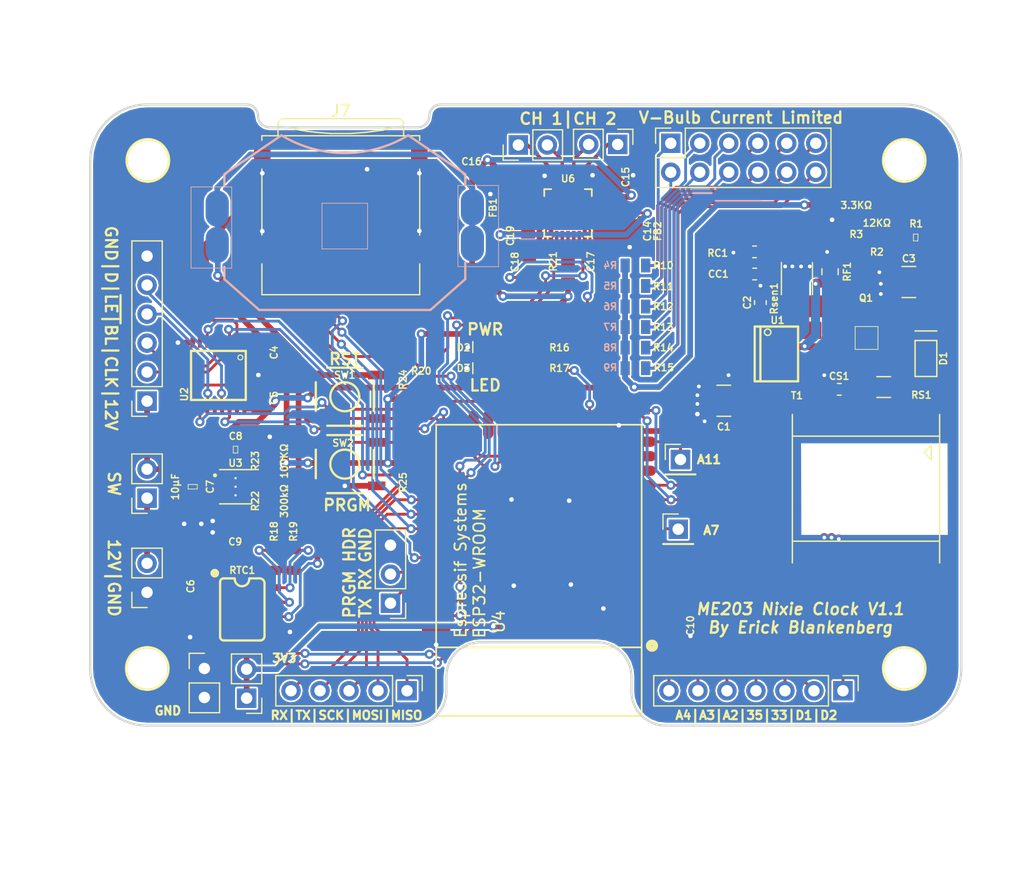
<source format=kicad_pcb>
(kicad_pcb (version 20171130) (host pcbnew "(5.0.1-3-g963ef8bb5)")
  (layers (0 F.Cu signal) (31 B.Cu signal) (34 B.Paste user) (35 F.Paste user) (36 B.SilkS user) (37 F.SilkS user) (38 B.Mask user) (39 F.Mask user) (44 Edge.Cuts user))
  (net 0 "")
  (net 1 "Net-(C2-Pad1)")
  (net 2 GND)
  (net 3 "Net-(CS1-Pad2)")
  (net 4 "Net-(Q1-Pad5)")
  (net 5 "Net-(RF1-Pad2)")
  (net 6 "Net-(CC1-Pad2)")
  (net 7 +12V)
  (net 8 /Nixie_PSU/180V)
  (net 9 "Net-(CC1-Pad1)")
  (net 10 "Net-(RTC1-Pad1)")
  (net 11 +3V3)
  (net 12 "Net-(RTC1-Pad3)")
  (net 13 "Net-(RTC1-Pad4)")
  (net 14 /Nixie_PSU/FB)
  (net 15 "Net-(R2-Pad2)")
  (net 16 "Net-(J1-Pad1)")
  (net 17 "Net-(J1-Pad2)")
  (net 18 "Net-(J1-Pad4)")
  (net 19 "Net-(J1-Pad5)")
  (net 20 "Net-(J1-Pad6)")
  (net 21 "Net-(J1-Pad7)")
  (net 22 "Net-(J1-Pad3)")
  (net 23 "Net-(J1-Pad8)")
  (net 24 "Net-(R22-Pad2)")
  (net 25 "Net-(C8-Pad1)")
  (net 26 /Nixie_Interface/HCLK)
  (net 27 /Nixie_Interface/~HBL)
  (net 28 /Nixie_Interface/~HLE)
  (net 29 /Nixie_Interface/HDIN)
  (net 30 "Net-(J4-Pad1)")
  (net 31 "Net-(U4-Pad32)")
  (net 32 "Net-(U4-Pad24)")
  (net 33 "Net-(U4-Pad22)")
  (net 34 "Net-(U4-Pad21)")
  (net 35 "Net-(U4-Pad20)")
  (net 36 "Net-(U4-Pad19)")
  (net 37 "Net-(U4-Pad18)")
  (net 38 "Net-(U4-Pad17)")
  (net 39 "Net-(R25-Pad2)")
  (net 40 "Net-(R24-Pad2)")
  (net 41 /ESP32/MISO-D19)
  (net 42 /ESP32/MOSI-D18)
  (net 43 /ESP32/SCK-D5)
  (net 44 /ESP32/A8-D15)
  (net 45 /ESP32/A12-D13)
  (net 46 /ESP32/A13-D35)
  (net 47 /ESP32/A2-D34)
  (net 48 /ESP32/A3-D39)
  (net 49 /ESP32/A4-D36)
  (net 50 "Net-(D1-PadA)")
  (net 51 "Net-(T1-Pad3)")
  (net 52 "Net-(T1-Pad12)")
  (net 53 "Net-(T1-Pad11)")
  (net 54 "Net-(T1-Pad10)")
  (net 55 "Net-(Q1-Pad4)")
  (net 56 "Net-(U3-Pad7)")
  (net 57 "Net-(J1-Pad9)")
  (net 58 "Net-(J1-Pad10)")
  (net 59 "Net-(J1-Pad11)")
  (net 60 "Net-(J1-Pad12)")
  (net 61 /Nixie_Interface/CLK)
  (net 62 /ESP32/RX)
  (net 63 /ESP32/TX)
  (net 64 "Net-(D2-PadA)")
  (net 65 "Net-(D3-PadA)")
  (net 66 /ESP32/RXD0)
  (net 67 /ESP32/TXD0)
  (net 68 +)
  (net 69 "Net-(J7-Pad8)")
  (net 70 "Net-(J7-Pad1)")
  (net 71 /MCU_Audio/SCL)
  (net 72 /MCU_Audio/SDA)
  (net 73 /DAC1)
  (net 74 /DAC2)
  (net 75 /ESP32/SD-Select)
  (net 76 "Net-(J9-Pad1)")
  (net 77 "Net-(J9-Pad2)")
  (net 78 "Net-(J8-Pad2)")
  (net 79 "Net-(J8-Pad1)")
  (net 80 AGND)
  (net 81 +3.3VA)
  (net 82 "Net-(C17-Pad1)")
  (net 83 "Net-(U6-Pad16)")
  (net 84 "Net-(R21-Pad2)")
  (net 85 "Net-(U6-Pad20)")
  (net 86 /ESP32/A6-T6-D14)
  (net 87 /ESP32/A5-T0-D4)
  (net 88 /ESP32/A7-T9-D32)
  (net 89 /ESP32/A9-T8-D33)
  (net 90 /ESP32/A11-T5-D12)
  (net 91 "Net-(C18-Pad1)")
  (module 0805 (layer F.Cu) (at 139.8 44.2 180)
    (fp_text reference R3 (at 0 -1.27 180) (layer F.SilkS) (effects (font (size 0.6096 0.6096) (thickness 0.127))))
    (fp_text value 3.3KΩ (at 0 1.27 180) (layer F.SilkS) (effects (font (size 0.6096 0.6096) (thickness 0.127))))
    (pad 2 smd rect (at 0.89916 0 180) (size 0.79756 1.19888) (layers F.Cu F.Paste F.Mask) (net 2 GND))
    (pad 1 smd rect (at -0.89916 0 180) (size 0.79756 1.19888) (layers F.Cu F.Paste F.Mask) (net 15 "Net-(R2-Pad2)"))
  )
  (module 0805 (layer F.Cu) (at 141.6 45.75 180)
    (fp_text reference R2 (at 0 -1.27 180) (layer F.SilkS) (effects (font (size 0.6096 0.6096) (thickness 0.127))))
    (fp_text value 12KΩ (at 0 1.27 180) (layer F.SilkS) (effects (font (size 0.6096 0.6096) (thickness 0.127))))
    (pad 1 smd rect (at -0.89916 0 180) (size 0.79756 1.19888) (layers F.Cu F.Paste F.Mask) (net 14 /Nixie_PSU/FB))
    (pad 2 smd rect (at 0.89916 0 180) (size 0.79756 1.19888) (layers F.Cu F.Paste F.Mask) (net 15 "Net-(R2-Pad2)"))
  )
  (module Connector_PinHeader_2.54mm:PinHeader_1x02_P2.54mm_Vertical (layer F.Cu) (at 86.4 86.1 180)
    (fp_text reference J11 hide)
    (fp_text value Conn_01x02)
    (pad 2 thru_hole oval (at 0 2.54 180) (size 1.7 1.7) (drill 1) (layers *.Cu *.Mask) (net 11 +3V3))
    (pad 1 thru_hole rect (at 0 0 180) (size 1.7 1.7) (drill 1) (layers *.Cu *.Mask) (net 11 +3V3))
  )
  (module Connector_PinHeader_2.54mm:PinHeader_1x02_P2.54mm_Vertical (layer F.Cu) (at 82.7 83.5)
    (fp_text reference J13 hide)
    (fp_text value Conn_01x02 hide)
    (pad 1 thru_hole rect (at 0 0) (size 1.7 1.7) (drill 1) (layers *.Cu *.Mask) (net 2 GND))
    (pad 2 thru_hole oval (at 0 2.54) (size 1.7 1.7) (drill 1) (layers *.Cu *.Mask) (net 2 GND))
  )
  (module Connector_PinHeader_2.54mm:PinHeader_1x03_P2.54mm_Vertical (layer F.Cu) (at 99 77.78 180)
    (fp_text reference J14 hide)
    (fp_text value Conn_01x03)
    (pad 3 thru_hole oval (at 0 5.08 180) (size 1.7 1.7) (drill 1) (layers *.Cu *.Mask) (net 2 GND))
    (pad 2 thru_hole oval (at 0 2.54 180) (size 1.7 1.7) (drill 1) (layers *.Cu *.Mask) (net 66 /ESP32/RXD0))
    (pad 1 thru_hole rect (at 0 0 180) (size 1.7 1.7) (drill 1) (layers *.Cu *.Mask) (net 67 /ESP32/TXD0))
  )
  (module Connector_PinHeader_2.54mm:PinHeader_1x01_P2.54mm_Vertical (layer F.Cu) (at 124.4 65.2)
    (fp_text reference J12 hide)
    (fp_text value Conn_01x01 hide)
    (pad 1 thru_hole rect (at 0 0) (size 1.7 1.7) (drill 1) (layers *.Cu *.Mask) (net 90 /ESP32/A11-T5-D12))
  )
  (module Connector_PinHeader_2.54mm:PinHeader_1x01_P2.54mm_Vertical (layer F.Cu) (at 124.2 71.3)
    (fp_text reference J10 hide)
    (fp_text value Conn_01x01 hide)
    (pad 1 thru_hole rect (at 0 0) (size 1.7 1.7) (drill 1) (layers *.Cu *.Mask) (net 88 /ESP32/A7-T9-D32))
  )
  (module 0805 (layer F.Cu) (at 88.429599 65.331376 90)
    (fp_text reference R23 (at 0 -1.27 90) (layer F.SilkS) (effects (font (size 0.6096 0.6096) (thickness 0.127))))
    (fp_text value 100KΩ (at 0 1.27 90) (layer F.SilkS) (effects (font (size 0.6096 0.6096) (thickness 0.127))))
    (pad 2 smd rect (at 0.89916 0 90) (size 0.79756 1.19888) (layers F.Cu F.Paste F.Mask) (net 2 GND))
    (pad 1 smd rect (at -0.89916 0 90) (size 0.79756 1.19888) (layers F.Cu F.Paste F.Mask) (net 24 "Net-(R22-Pad2)"))
  )
  (module 0805 (layer F.Cu) (at 88.429599 68.831376 90)
    (fp_text reference R22 (at 0 -1.27 90) (layer F.SilkS) (effects (font (size 0.6096 0.6096) (thickness 0.127))))
    (fp_text value 300kΩ (at 0 1.27 90) (layer F.SilkS) (effects (font (size 0.6096 0.6096) (thickness 0.127))))
    (pad 1 smd rect (at -0.89916 0 90) (size 0.79756 1.19888) (layers F.Cu F.Paste F.Mask) (net 11 +3V3))
    (pad 2 smd rect (at 0.89916 0 90) (size 0.79756 1.19888) (layers F.Cu F.Paste F.Mask) (net 24 "Net-(R22-Pad2)"))
  )
  (module 1206 (layer F.Cu) (at 81.679599 67.581377 270)
    (fp_text reference C7 (at 0 -1.524 270) (layer F.SilkS) (effects (font (size 0.6096 0.6096) (thickness 0.127))))
    (fp_text value 10µF (at 0 1.524 270) (layer F.SilkS) (effects (font (size 0.6096 0.6096) (thickness 0.127))))
    (pad 1 smd rect (at -1.39954 0 270) (size 1.59766 1.79832) (layers F.Cu F.Paste F.Mask) (net 7 +12V))
    (pad 2 smd rect (at 1.39954 0 270) (size 1.59766 1.79832) (layers F.Cu F.Paste F.Mask) (net 2 GND))
  )
  (module 0805 (layer F.Cu) (at 111.05 44.55 270)
    (fp_text reference C19 (at 1.05 1.55 270) (layer F.SilkS) (effects (font (size 0.6096 0.6096) (thickness 0.127))))
    (fp_text value 0.1µF hide)
    (pad 1 smd rect (at -0.89916 0 270) (size 0.79756 1.19888) (layers F.Cu F.Paste F.Mask) (net 81 +3.3VA))
    (pad 2 smd rect (at 0.89916 0 270) (size 0.79756 1.19888) (layers F.Cu F.Paste F.Mask) (net 80 AGND))
  )
  (module ESP32-footprints-Lib:ESP32-WROOM (layer F.Cu) (at 112 74.9)
    (fp_text reference U4 (at -3.5 4.5 90) (layer F.SilkS))
    (fp_text value ESP32-WROOM hide)
    (fp_text user ESP32-WROOM (at -5.207 0.254 90) (layer F.SilkS))
    (fp_text user "Espressif Systems" (at -6.858 -0.889 90) (layer F.SilkS))
    (pad 39 smd rect (at 0.3 -2.45) (size 6 6) (layers F.Cu F.Paste F.Mask) (net 2 GND))
    (pad 1 smd oval (at 9 5.25) (size 2.5 0.9) (layers F.Cu F.Paste F.Mask) (net 2 GND))
    (pad 2 smd oval (at 9 3.98) (size 2.5 0.9) (layers F.Cu F.Paste F.Mask) (net 11 +3V3))
    (pad 3 smd oval (at 9 2.71) (size 2.5 0.9) (layers F.Cu F.Paste F.Mask) (net 40 "Net-(R24-Pad2)"))
    (pad 4 smd oval (at 9 1.44) (size 2.5 0.9) (layers F.Cu F.Paste F.Mask) (net 49 /ESP32/A4-D36))
    (pad 5 smd oval (at 9 0.17) (size 2.5 0.9) (layers F.Cu F.Paste F.Mask) (net 48 /ESP32/A3-D39))
    (pad 6 smd oval (at 9 -1.1) (size 2.5 0.9) (layers F.Cu F.Paste F.Mask) (net 47 /ESP32/A2-D34))
    (pad 7 smd oval (at 9 -2.37) (size 2.5 0.9) (layers F.Cu F.Paste F.Mask) (net 46 /ESP32/A13-D35))
    (pad 8 smd oval (at 9 -3.64) (size 2.5 0.9) (layers F.Cu F.Paste F.Mask) (net 88 /ESP32/A7-T9-D32))
    (pad 9 smd oval (at 9 -4.91) (size 2.5 0.9) (layers F.Cu F.Paste F.Mask) (net 89 /ESP32/A9-T8-D33))
    (pad 10 smd oval (at 9 -6.18) (size 2.5 0.9) (layers F.Cu F.Paste F.Mask) (net 73 /DAC1))
    (pad 11 smd oval (at 9 -7.45) (size 2.5 0.9) (layers F.Cu F.Paste F.Mask) (net 74 /DAC2))
    (pad 12 smd oval (at 9 -8.72) (size 2.5 0.9) (layers F.Cu F.Paste F.Mask) (net 75 /ESP32/SD-Select))
    (pad 13 smd oval (at 9 -9.99) (size 2.5 0.9) (layers F.Cu F.Paste F.Mask) (net 86 /ESP32/A6-T6-D14))
    (pad 14 smd oval (at 9 -11.26) (size 2.5 0.9) (layers F.Cu F.Paste F.Mask) (net 90 /ESP32/A11-T5-D12))
    (pad 15 smd oval (at 5.715 -12.75) (size 0.9 2.5) (layers F.Cu F.Paste F.Mask) (net 2 GND))
    (pad 16 smd oval (at 4.445 -12.75) (size 0.9 2.5) (layers F.Cu F.Paste F.Mask) (net 45 /ESP32/A12-D13))
    (pad 17 smd oval (at 3.175 -12.75) (size 0.9 2.5) (layers F.Cu F.Paste F.Mask) (net 38 "Net-(U4-Pad17)"))
    (pad 18 smd oval (at 1.905 -12.75) (size 0.9 2.5) (layers F.Cu F.Paste F.Mask) (net 37 "Net-(U4-Pad18)"))
    (pad 19 smd oval (at 0.635 -12.75) (size 0.9 2.5) (layers F.Cu F.Paste F.Mask) (net 36 "Net-(U4-Pad19)"))
    (pad 20 smd oval (at -0.635 -12.75) (size 0.9 2.5) (layers F.Cu F.Paste F.Mask) (net 35 "Net-(U4-Pad20)"))
    (pad 21 smd oval (at -1.905 -12.75) (size 0.9 2.5) (layers F.Cu F.Paste F.Mask) (net 34 "Net-(U4-Pad21)"))
    (pad 22 smd oval (at -3.175 -12.75) (size 0.9 2.5) (layers F.Cu F.Paste F.Mask) (net 33 "Net-(U4-Pad22)"))
    (pad 23 smd oval (at -4.445 -12.75) (size 0.9 2.5) (layers F.Cu F.Paste F.Mask) (net 44 /ESP32/A8-D15))
    (pad 24 smd oval (at -5.715 -12.75) (size 0.9 2.5) (layers F.Cu F.Paste F.Mask) (net 32 "Net-(U4-Pad24)"))
    (pad 25 smd oval (at -9 -11.26) (size 2.5 0.9) (layers F.Cu F.Paste F.Mask) (net 39 "Net-(R25-Pad2)"))
    (pad 26 smd oval (at -9 -9.99) (size 2.5 0.9) (layers F.Cu F.Paste F.Mask) (net 87 /ESP32/A5-T0-D4))
    (pad 27 smd oval (at -9 -8.72) (size 2.5 0.9) (layers F.Cu F.Paste F.Mask) (net 62 /ESP32/RX))
    (pad 28 smd oval (at -9 -7.45) (size 2.5 0.9) (layers F.Cu F.Paste F.Mask) (net 63 /ESP32/TX))
    (pad 29 smd oval (at -9 -6.18) (size 2.5 0.9) (layers F.Cu F.Paste F.Mask) (net 43 /ESP32/SCK-D5))
    (pad 30 smd oval (at -9 -4.91) (size 2.5 0.9) (layers F.Cu F.Paste F.Mask) (net 42 /ESP32/MOSI-D18))
    (pad 31 smd oval (at -9 -3.64) (size 2.5 0.9) (layers F.Cu F.Paste F.Mask) (net 41 /ESP32/MISO-D19))
    (pad 32 smd oval (at -9 -2.37) (size 2.5 0.9) (layers F.Cu F.Paste F.Mask) (net 31 "Net-(U4-Pad32)"))
    (pad 33 smd oval (at -9 -1.1) (size 2.5 0.9) (layers F.Cu F.Paste F.Mask) (net 61 /Nixie_Interface/CLK))
    (pad 34 smd oval (at -9 0.17) (size 2.5 0.9) (layers F.Cu F.Paste F.Mask) (net 66 /ESP32/RXD0))
    (pad 35 smd oval (at -9 1.44) (size 2.5 0.9) (layers F.Cu F.Paste F.Mask) (net 67 /ESP32/TXD0))
    (pad 36 smd oval (at -9 2.71) (size 2.5 0.9) (layers F.Cu F.Paste F.Mask) (net 71 /MCU_Audio/SCL))
    (pad 37 smd oval (at -9 3.98) (size 2.5 0.9) (layers F.Cu F.Paste F.Mask) (net 72 /MCU_Audio/SDA))
    (pad 38 smd oval (at -9 5.25) (size 2.5 0.9) (layers F.Cu F.Paste F.Mask) (net 2 GND))
  )
  (module 0805 (layer F.Cu) (at 117.891602 48.315337 270)
    (fp_text reference C17 (at -0.45 1.35 270) (layer F.SilkS) (effects (font (size 0.6096 0.6096) (thickness 0.127))))
    (fp_text value 1µF hide)
    (pad 1 smd rect (at -0.89916 0 270) (size 0.79756 1.19888) (layers F.Cu F.Paste F.Mask) (net 82 "Net-(C17-Pad1)"))
    (pad 2 smd rect (at 0.89916 0 270) (size 0.79756 1.19888) (layers F.Cu F.Paste F.Mask) (net 74 /DAC2))
  )
  (module 0805 (layer F.Cu) (at 111.04832 41.35168 90)
    (fp_text reference C13 hide)
    (fp_text value 0.1µF hide)
    (pad 1 smd rect (at -0.89916 0 90) (size 0.79756 1.19888) (layers F.Cu F.Paste F.Mask) (net 11 +3V3))
    (pad 2 smd rect (at 0.89916 0 90) (size 0.79756 1.19888) (layers F.Cu F.Paste F.Mask) (net 2 GND))
  )
  (module 0805 (layer F.Cu) (at 118.2 44.5 90)
    (fp_text reference C14 (at -0.7 3.3 90) (layer F.SilkS) (effects (font (size 0.6096 0.6096) (thickness 0.127))))
    (fp_text value 0.1µF hide)
    (pad 2 smd rect (at 0.89916 0 90) (size 0.79756 1.19888) (layers F.Cu F.Paste F.Mask) (net 80 AGND))
    (pad 1 smd rect (at -0.89916 0 90) (size 0.79756 1.19888) (layers F.Cu F.Paste F.Mask) (net 2 GND))
  )
  (module 0805 (layer F.Cu) (at 118.2 41.3 90)
    (fp_text reference C15 (at 0.85 1.4 270) (layer F.SilkS) (effects (font (size 0.6096 0.6096) (thickness 0.127))))
    (fp_text value 10µF hide)
    (pad 1 smd rect (at -0.89916 0 90) (size 0.79756 1.19888) (layers F.Cu F.Paste F.Mask) (net 11 +3V3))
    (pad 2 smd rect (at 0.89916 0 90) (size 0.79756 1.19888) (layers F.Cu F.Paste F.Mask) (net 2 GND))
  )
  (module 0805 (layer F.Cu) (at 111.15 48.35 270)
    (fp_text reference C18 (at -0.45 1.25 270) (layer F.SilkS) (effects (font (size 0.6096 0.6096) (thickness 0.127))))
    (fp_text value 1µF hide)
    (pad 2 smd rect (at 0.89916 0 270) (size 0.79756 1.19888) (layers F.Cu F.Paste F.Mask) (net 73 /DAC1))
    (pad 1 smd rect (at -0.89916 0 270) (size 0.79756 1.19888) (layers F.Cu F.Paste F.Mask) (net 91 "Net-(C18-Pad1)"))
  )
  (module 0805 (layer F.Cu) (at 114.55 48.75 90)
    (fp_text reference R21 (at 0.9 -1.3 90) (layer F.SilkS) (effects (font (size 0.6096 0.6096) (thickness 0.127))))
    (fp_text value 100KΩ hide)
    (pad 1 smd rect (at -0.89916 0 90) (size 0.79756 1.19888) (layers F.Cu F.Paste F.Mask) (net 11 +3V3))
    (pad 2 smd rect (at 0.89916 0 90) (size 0.79756 1.19888) (layers F.Cu F.Paste F.Mask) (net 84 "Net-(R21-Pad2)"))
  )
  (module 0805 (layer F.Cu) (at 101.7 56.175 180)
    (fp_text reference R20 (at 0 -1.27 180) (layer F.SilkS) (effects (font (size 0.6096 0.6096) (thickness 0.127))))
    (fp_text value 100kΩ hide)
    (pad 2 smd rect (at 0.89916 0 180) (size 0.79756 1.19888) (layers F.Cu F.Paste F.Mask) (net 75 /ESP32/SD-Select))
    (pad 1 smd rect (at -0.89916 0 180) (size 0.79756 1.19888) (layers F.Cu F.Paste F.Mask) (net 11 +3V3))
  )
  (module 0805 (layer F.Cu) (at 109.25 43.15 90)
    (fp_text reference FB1 (at 0 -1.27 90) (layer F.SilkS) (effects (font (size 0.6096 0.6096) (thickness 0.127))))
    (fp_text value Ferrite_Bead hide)
    (pad 1 smd rect (at -0.89916 0 90) (size 0.79756 1.19888) (layers F.Cu F.Paste F.Mask) (net 81 +3.3VA))
    (pad 2 smd rect (at 0.89916 0 90) (size 0.79756 1.19888) (layers F.Cu F.Paste F.Mask) (net 11 +3V3))
  )
  (module 0805 (layer F.Cu) (at 119.9 44.5 90)
    (fp_text reference FB2 (at -0.7 2.5 90) (layer F.SilkS) (effects (font (size 0.6096 0.6096) (thickness 0.127))))
    (fp_text value Ferrite_Bead hide)
    (pad 2 smd rect (at 0.89916 0 90) (size 0.79756 1.19888) (layers F.Cu F.Paste F.Mask) (net 80 AGND))
    (pad 1 smd rect (at -0.89916 0 90) (size 0.79756 1.19888) (layers F.Cu F.Paste F.Mask) (net 2 GND))
  )
  (module 0805 (layer F.Cu) (at 108.3 40.55 180)
    (fp_text reference C16 (at 2.2 1.45 180) (layer F.SilkS) (effects (font (size 0.6096 0.6096) (thickness 0.127))))
    (fp_text value 10µF hide)
    (pad 1 smd rect (at -0.89916 0 180) (size 0.79756 1.19888) (layers F.Cu F.Paste F.Mask) (net 11 +3V3))
    (pad 2 smd rect (at 0.89916 0 180) (size 0.79756 1.19888) (layers F.Cu F.Paste F.Mask) (net 2 GND))
  )
  (module QFN50P400X400X80-21N (layer F.Cu) (at 114.55 43.6 180)
    (fp_text reference U6 (at 0 3 180) (layer F.SilkS) (effects (font (size 0.6096 0.6096) (thickness 0.127))))
    (fp_text value TPA2016D2RTJR hide)
    (pad 1 smd rect (at -1.9812 -0.9906 90) (size 0.3048 0.8128) (layers F.Cu F.Paste F.Mask) (net 82 "Net-(C17-Pad1)"))
    (pad 2 smd rect (at -1.9812 -0.508 90) (size 0.3048 0.8128) (layers F.Cu F.Paste F.Mask) (net 2 GND))
    (pad 3 smd rect (at -1.9812 0 90) (size 0.3048 0.8128) (layers F.Cu F.Paste F.Mask) (net 80 AGND))
    (pad 4 smd rect (at -1.9812 0.508 90) (size 0.3048 0.8128) (layers F.Cu F.Paste F.Mask) (net 11 +3V3))
    (pad 5 smd rect (at -1.9812 0.9906 90) (size 0.3048 0.8128) (layers F.Cu F.Paste F.Mask) (net 11 +3V3))
    (pad 6 smd rect (at -0.9906 1.9812) (size 0.3048 0.8128) (layers F.Cu F.Paste F.Mask) (net 79 "Net-(J8-Pad1)"))
    (pad 7 smd rect (at -0.508 1.9812) (size 0.3048 0.8128) (layers F.Cu F.Paste F.Mask) (net 78 "Net-(J8-Pad2)"))
    (pad 8 smd rect (at 0 1.9812) (size 0.3048 0.8128) (layers F.Cu F.Paste F.Mask) (net 2 GND))
    (pad 9 smd rect (at 0.508 1.9812) (size 0.3048 0.8128) (layers F.Cu F.Paste F.Mask) (net 77 "Net-(J9-Pad2)"))
    (pad 10 smd rect (at 0.9906 1.9812) (size 0.3048 0.8128) (layers F.Cu F.Paste F.Mask) (net 76 "Net-(J9-Pad1)"))
    (pad 11 smd rect (at 1.9812 0.9906 90) (size 0.3048 0.8128) (layers F.Cu F.Paste F.Mask) (net 11 +3V3))
    (pad 12 smd rect (at 1.9812 0.508 90) (size 0.3048 0.8128) (layers F.Cu F.Paste F.Mask) (net 11 +3V3))
    (pad 13 smd rect (at 1.9812 0 90) (size 0.3048 0.8128) (layers F.Cu F.Paste F.Mask) (net 81 +3.3VA))
    (pad 14 smd rect (at 1.9812 -0.508 90) (size 0.3048 0.8128) (layers F.Cu F.Paste F.Mask) (net 2 GND))
    (pad 15 smd rect (at 1.9812 -0.9906 90) (size 0.3048 0.8128) (layers F.Cu F.Paste F.Mask) (net 91 "Net-(C18-Pad1)"))
    (pad 16 smd rect (at 0.9906 -1.9812) (size 0.3048 0.8128) (layers F.Cu F.Paste F.Mask) (net 83 "Net-(U6-Pad16)"))
    (pad 17 smd rect (at 0.508 -1.9812) (size 0.3048 0.8128) (layers F.Cu F.Paste F.Mask) (net 71 /MCU_Audio/SCL))
    (pad 18 smd rect (at 0 -1.9812) (size 0.3048 0.8128) (layers F.Cu F.Paste F.Mask) (net 84 "Net-(R21-Pad2)"))
    (pad 19 smd rect (at -0.508 -1.9812) (size 0.3048 0.8128) (layers F.Cu F.Paste F.Mask) (net 72 /MCU_Audio/SDA))
    (pad 20 smd rect (at -0.9906 -1.9812) (size 0.3048 0.8128) (layers F.Cu F.Paste F.Mask) (net 85 "Net-(U6-Pad20)"))
    (pad 21 smd rect (at 0 0 180) (size 2.159 2.159) (layers F.Cu F.Paste F.Mask) (net 2 GND))
  )
  (module Connector_PinHeader_2.54mm:PinHeader_1x02_P2.54mm_Vertical (layer F.Cu) (at 118.9 37.6 270)
    (fp_text reference J8 hide)
    (fp_text value Conn_01x02 hide)
    (pad 2 thru_hole oval (at 0 2.54 270) (size 1.7 1.7) (drill 1) (layers *.Cu *.Mask) (net 78 "Net-(J8-Pad2)"))
    (pad 1 thru_hole rect (at 0 0 270) (size 1.7 1.7) (drill 1) (layers *.Cu *.Mask) (net 79 "Net-(J8-Pad1)"))
  )
  (module Connector_PinHeader_2.54mm:PinHeader_1x02_P2.54mm_Vertical (layer F.Cu) (at 110.2 37.65 90)
    (fp_text reference J9 hide)
    (fp_text value Conn_01x02 hide)
    (pad 1 thru_hole rect (at 0 0 90) (size 1.7 1.7) (drill 1) (layers *.Cu *.Mask) (net 76 "Net-(J9-Pad1)"))
    (pad 2 thru_hole oval (at 0 2.54 90) (size 1.7 1.7) (drill 1) (layers *.Cu *.Mask) (net 77 "Net-(J9-Pad2)"))
  )
  (module Connector_PinSocket_2.54mm:PinSocket_2x06_P2.54mm_Vertical (layer F.Cu) (at 123.55 37.5 90)
    (fp_text reference J1 hide)
    (fp_text value Conn_01x12)
    (pad 1 thru_hole rect (at 0 0 90) (size 1.7 1.7) (drill 1) (layers *.Cu *.Mask) (net 16 "Net-(J1-Pad1)"))
    (pad 2 thru_hole oval (at -2.54 0 90) (size 1.7 1.7) (drill 1) (layers *.Cu *.Mask) (net 17 "Net-(J1-Pad2)"))
    (pad 3 thru_hole oval (at 0 2.54 90) (size 1.7 1.7) (drill 1) (layers *.Cu *.Mask) (net 22 "Net-(J1-Pad3)"))
    (pad 4 thru_hole oval (at -2.54 2.54 90) (size 1.7 1.7) (drill 1) (layers *.Cu *.Mask) (net 18 "Net-(J1-Pad4)"))
    (pad 5 thru_hole oval (at 0 5.08 90) (size 1.7 1.7) (drill 1) (layers *.Cu *.Mask) (net 19 "Net-(J1-Pad5)"))
    (pad 6 thru_hole oval (at -2.54 5.08 90) (size 1.7 1.7) (drill 1) (layers *.Cu *.Mask) (net 20 "Net-(J1-Pad6)"))
    (pad 7 thru_hole oval (at 0 7.62 90) (size 1.7 1.7) (drill 1) (layers *.Cu *.Mask) (net 21 "Net-(J1-Pad7)"))
    (pad 8 thru_hole oval (at -2.54 7.62 90) (size 1.7 1.7) (drill 1) (layers *.Cu *.Mask) (net 23 "Net-(J1-Pad8)"))
    (pad 9 thru_hole oval (at 0 10.16 90) (size 1.7 1.7) (drill 1) (layers *.Cu *.Mask) (net 57 "Net-(J1-Pad9)"))
    (pad 10 thru_hole oval (at -2.54 10.16 90) (size 1.7 1.7) (drill 1) (layers *.Cu *.Mask) (net 58 "Net-(J1-Pad10)"))
    (pad 11 thru_hole oval (at 0 12.7 90) (size 1.7 1.7) (drill 1) (layers *.Cu *.Mask) (net 59 "Net-(J1-Pad11)"))
    (pad 12 thru_hole oval (at -2.54 12.7 90) (size 1.7 1.7) (drill 1) (layers *.Cu *.Mask) (net 60 "Net-(J1-Pad12)"))
  )
  (module Connector_Card:microSD_HC_Wuerth_693072010801 (layer F.Cu) (at 94.65 42.65)
    (fp_text reference J7 (at 0 -7.99) (layer F.SilkS))
    (fp_text value Micro_SD_Card)
    (pad 9 smd rect (at 6.875 -4.15) (size 1.45 2) (layers F.Cu F.Paste F.Mask) (net 2 GND))
    (pad 9 smd rect (at -6.875 -4.15) (size 1.45 2) (layers F.Cu F.Paste F.Mask) (net 2 GND))
    (pad 9 smd rect (at -6.875 4.15) (size 1.45 2) (layers F.Cu F.Paste F.Mask) (net 2 GND))
    (pad 9 smd rect (at 6.875 4.15) (size 1.45 2) (layers F.Cu F.Paste F.Mask) (net 2 GND))
    (pad 8 smd rect (at 4.5 -1.55) (size 0.8 1.5) (layers F.Cu F.Paste F.Mask) (net 69 "Net-(J7-Pad8)"))
    (pad 7 smd rect (at 3.4 -1.55) (size 0.8 1.5) (layers F.Cu F.Paste F.Mask) (net 41 /ESP32/MISO-D19))
    (pad 6 smd rect (at 2.3 -1.55) (size 0.8 1.5) (layers F.Cu F.Paste F.Mask) (net 2 GND))
    (pad 5 smd rect (at 1.2 -1.55) (size 0.8 1.5) (layers F.Cu F.Paste F.Mask) (net 43 /ESP32/SCK-D5))
    (pad 4 smd rect (at 0.1 -1.55) (size 0.8 1.5) (layers F.Cu F.Paste F.Mask) (net 11 +3V3))
    (pad 3 smd rect (at -1 -1.55) (size 0.8 1.5) (layers F.Cu F.Paste F.Mask) (net 42 /ESP32/MOSI-D18))
    (pad 2 smd rect (at -2.1 -1.55) (size 0.8 1.5) (layers F.Cu F.Paste F.Mask) (net 75 /ESP32/SD-Select))
    (pad 1 smd rect (at -3.2 -1.55) (size 0.8 1.5) (layers F.Cu F.Paste F.Mask) (net 70 "Net-(J7-Pad1)"))
  )
  (module STAND-OFF (layer F.Cu) (at 77.75 39 180)
    (fp_text reference H3 hide)
    (fp_text value STAND-OFF hide)
    (pad "" np_thru_hole circle (at 0 0 180) (size 3.302 3.302) (drill 3.302) (layers *.Cu *.Mask))
  )
  (module 0805 (layer F.Cu) (at 87.429599 59.831376 90)
    (fp_text reference C5 (at 0.031376 1.370401 90) (layer F.SilkS) (effects (font (size 0.6096 0.6096) (thickness 0.127))))
    (fp_text value 0.1µF hide)
    (pad 2 smd rect (at 0.89916 0 90) (size 0.79756 1.19888) (layers F.Cu F.Paste F.Mask) (net 2 GND))
    (pad 1 smd rect (at -0.89916 0 90) (size 0.79756 1.19888) (layers F.Cu F.Paste F.Mask) (net 7 +12V))
  )
  (module 0805 (layer F.Cu) (at 87.429599 55.831376 90)
    (fp_text reference C4 (at 0 1.370401 90) (layer F.SilkS) (effects (font (size 0.6096 0.6096) (thickness 0.127))))
    (fp_text value 0.1µF hide)
    (pad 1 smd rect (at -0.89916 0 90) (size 0.79756 1.19888) (layers F.Cu F.Paste F.Mask) (net 2 GND))
    (pad 2 smd rect (at 0.89916 0 90) (size 0.79756 1.19888) (layers F.Cu F.Paste F.Mask) (net 11 +3V3))
  )
  (module 0805 (layer F.Cu) (at 81.45 78.581 270)
    (fp_text reference C6 (at -2.281 -0.05 270) (layer F.SilkS) (effects (font (size 0.6096 0.6096) (thickness 0.127))))
    (fp_text value 1.0µF hide)
    (pad 1 smd rect (at -0.89916 0 270) (size 0.79756 1.19888) (layers F.Cu F.Paste F.Mask) (net 11 +3V3))
    (pad 2 smd rect (at 0.89916 0 270) (size 0.79756 1.19888) (layers F.Cu F.Paste F.Mask) (net 2 GND))
  )
  (module 0805 (layer B.Cu) (at 120.45 51.8 180)
    (fp_text reference R6 (at 2.2 0 180) (layer B.SilkS) (effects (font (size 0.6096 0.6096) (thickness 0.127)) (justify mirror)))
    (fp_text value RESISTOR0805 hide)
    (pad 2 smd rect (at 0.89916 0 180) (size 0.79756 1.19888) (layers B.Cu B.Paste B.Mask) (net 8 /Nixie_PSU/180V))
    (pad 1 smd rect (at -0.89916 0 180) (size 0.79756 1.19888) (layers B.Cu B.Paste B.Mask) (net 22 "Net-(J1-Pad3)"))
  )
  (module 0805 (layer F.Cu) (at 124 79.75 270)
    (fp_text reference C10 (at 0 -1.27 270) (layer F.SilkS) (effects (font (size 0.6096 0.6096) (thickness 0.127))))
    (fp_text value 10µF hide)
    (pad 1 smd rect (at -0.89916 0 270) (size 0.79756 1.19888) (layers F.Cu F.Paste F.Mask) (net 11 +3V3))
    (pad 2 smd rect (at 0.89916 0 270) (size 0.79756 1.19888) (layers F.Cu F.Paste F.Mask) (net 2 GND))
  )
  (module 0805 (layer B.Cu) (at 120.45 50 180)
    (fp_text reference R5 (at 2.2 0 180) (layer B.SilkS) (effects (font (size 0.6096 0.6096) (thickness 0.127)) (justify mirror)))
    (fp_text value RESISTOR0805 hide)
    (pad 1 smd rect (at -0.89916 0 180) (size 0.79756 1.19888) (layers B.Cu B.Paste B.Mask) (net 17 "Net-(J1-Pad2)"))
    (pad 2 smd rect (at 0.89916 0 180) (size 0.79756 1.19888) (layers B.Cu B.Paste B.Mask) (net 8 /Nixie_PSU/180V))
  )
  (module 0805 (layer F.Cu) (at 100.1 64.6 90)
    (fp_text reference R25 (at -2.6 0 90) (layer F.SilkS) (effects (font (size 0.6096 0.6096) (thickness 0.127))))
    (fp_text value 10kΩ hide)
    (pad 2 smd rect (at 0.89916 0 90) (size 0.79756 1.19888) (layers F.Cu F.Paste F.Mask) (net 39 "Net-(R25-Pad2)"))
    (pad 1 smd rect (at -0.89916 0 90) (size 0.79756 1.19888) (layers F.Cu F.Paste F.Mask) (net 11 +3V3))
  )
  (module 0805 (layer F.Cu) (at 100.1 60.8 270)
    (fp_text reference R24 (at -2.6 0 270) (layer F.SilkS) (effects (font (size 0.6096 0.6096) (thickness 0.127))))
    (fp_text value 10kΩ hide)
    (pad 1 smd rect (at -0.89916 0 270) (size 0.79756 1.19888) (layers F.Cu F.Paste F.Mask) (net 11 +3V3))
    (pad 2 smd rect (at 0.89916 0 270) (size 0.79756 1.19888) (layers F.Cu F.Paste F.Mask) (net 40 "Net-(R24-Pad2)"))
  )
  (module 0805 (layer B.Cu) (at 120.45 48.2 180)
    (fp_text reference R4 (at 2.2 0 180) (layer B.SilkS) (effects (font (size 0.6096 0.6096) (thickness 0.127)) (justify mirror)))
    (fp_text value RESISTOR0805 hide)
    (pad 2 smd rect (at 0.89916 0 180) (size 0.79756 1.19888) (layers B.Cu B.Paste B.Mask) (net 8 /Nixie_PSU/180V))
    (pad 1 smd rect (at -0.89916 0 180) (size 0.79756 1.19888) (layers B.Cu B.Paste B.Mask) (net 16 "Net-(J1-Pad1)"))
  )
  (module 0805 (layer F.Cu) (at 90.55 74 90)
    (fp_text reference R19 (at 2.5 -0.05 90) (layer F.SilkS) (effects (font (size 0.6096 0.6096) (thickness 0.127))))
    (fp_text value 10KΩ hide)
    (pad 1 smd rect (at -0.89916 0 90) (size 0.79756 1.19888) (layers F.Cu F.Paste F.Mask) (net 11 +3V3))
    (pad 2 smd rect (at 0.89916 0 90) (size 0.79756 1.19888) (layers F.Cu F.Paste F.Mask) (net 71 /MCU_Audio/SCL))
  )
  (module 0805 (layer F.Cu) (at 88.8 74 90)
    (fp_text reference R18 (at 2.5 0 90) (layer F.SilkS) (effects (font (size 0.6096 0.6096) (thickness 0.127))))
    (fp_text value 10KΩ hide)
    (pad 2 smd rect (at 0.89916 0 90) (size 0.79756 1.19888) (layers F.Cu F.Paste F.Mask) (net 72 /MCU_Audio/SDA))
    (pad 1 smd rect (at -0.89916 0 90) (size 0.79756 1.19888) (layers F.Cu F.Paste F.Mask) (net 11 +3V3))
  )
  (module 0805 (layer F.Cu) (at 111.226939 57.186099 180)
    (fp_text reference R17 (at -2.573061 -0.013901 180) (layer F.SilkS) (effects (font (size 0.6096 0.6096) (thickness 0.127))))
    (fp_text value 10KΩ hide)
    (pad 1 smd rect (at -0.89916 0 180) (size 0.79756 1.19888) (layers F.Cu F.Paste F.Mask) (net 45 /ESP32/A12-D13))
    (pad 2 smd rect (at 0.89916 0 180) (size 0.79756 1.19888) (layers F.Cu F.Paste F.Mask) (net 65 "Net-(D3-PadA)"))
  )
  (module 0805 (layer F.Cu) (at 111.25 55.3 180)
    (fp_text reference R16 (at -2.55 -0.1 180) (layer F.SilkS) (effects (font (size 0.6096 0.6096) (thickness 0.127))))
    (fp_text value 10KΩ hide)
    (pad 2 smd rect (at 0.89916 0 180) (size 0.79756 1.19888) (layers F.Cu F.Paste F.Mask) (net 64 "Net-(D2-PadA)"))
    (pad 1 smd rect (at -0.89916 0 180) (size 0.79756 1.19888) (layers F.Cu F.Paste F.Mask) (net 11 +3V3))
  )
  (module 0805 (layer F.Cu) (at 120.45 57.2 180)
    (fp_text reference R15 (at -2.5 0.05 180) (layer F.SilkS) (effects (font (size 0.6096 0.6096) (thickness 0.127))))
    (fp_text value RESISTOR0805 hide)
    (pad 1 smd rect (at -0.89916 0 180) (size 0.79756 1.19888) (layers F.Cu F.Paste F.Mask) (net 60 "Net-(J1-Pad12)"))
    (pad 2 smd rect (at 0.89916 0 180) (size 0.79756 1.19888) (layers F.Cu F.Paste F.Mask) (net 8 /Nixie_PSU/180V))
  )
  (module 0805 (layer F.Cu) (at 120.45 55.4 180)
    (fp_text reference R14 (at -2.45 0 180) (layer F.SilkS) (effects (font (size 0.6096 0.6096) (thickness 0.127))))
    (fp_text value RESISTOR0805 hide)
    (pad 2 smd rect (at 0.89916 0 180) (size 0.79756 1.19888) (layers F.Cu F.Paste F.Mask) (net 8 /Nixie_PSU/180V))
    (pad 1 smd rect (at -0.89916 0 180) (size 0.79756 1.19888) (layers F.Cu F.Paste F.Mask) (net 59 "Net-(J1-Pad11)"))
  )
  (module 0805 (layer F.Cu) (at 120.45 53.6 180)
    (fp_text reference R13 (at -2.45 0 180) (layer F.SilkS) (effects (font (size 0.6096 0.6096) (thickness 0.127))))
    (fp_text value RESISTOR0805 hide)
    (pad 1 smd rect (at -0.89916 0 180) (size 0.79756 1.19888) (layers F.Cu F.Paste F.Mask) (net 58 "Net-(J1-Pad10)"))
    (pad 2 smd rect (at 0.89916 0 180) (size 0.79756 1.19888) (layers F.Cu F.Paste F.Mask) (net 8 /Nixie_PSU/180V))
  )
  (module 0805 (layer F.Cu) (at 120.45 51.8 180)
    (fp_text reference R12 (at -2.45 0 180) (layer F.SilkS) (effects (font (size 0.6096 0.6096) (thickness 0.127))))
    (fp_text value RESISTOR0805 hide)
    (pad 2 smd rect (at 0.89916 0 180) (size 0.79756 1.19888) (layers F.Cu F.Paste F.Mask) (net 8 /Nixie_PSU/180V))
    (pad 1 smd rect (at -0.89916 0 180) (size 0.79756 1.19888) (layers F.Cu F.Paste F.Mask) (net 57 "Net-(J1-Pad9)"))
  )
  (module 0805 (layer F.Cu) (at 120.45 50 180)
    (fp_text reference R11 (at -2.45 -0.05 180) (layer F.SilkS) (effects (font (size 0.6096 0.6096) (thickness 0.127))))
    (fp_text value RESISTOR0805 hide)
    (pad 1 smd rect (at -0.89916 0 180) (size 0.79756 1.19888) (layers F.Cu F.Paste F.Mask) (net 23 "Net-(J1-Pad8)"))
    (pad 2 smd rect (at 0.89916 0 180) (size 0.79756 1.19888) (layers F.Cu F.Paste F.Mask) (net 8 /Nixie_PSU/180V))
  )
  (module 0805 (layer F.Cu) (at 120.45 48.2 180)
    (fp_text reference R10 (at -2.45 0 180) (layer F.SilkS) (effects (font (size 0.6096 0.6096) (thickness 0.127))))
    (fp_text value RESISTOR0805 hide)
    (pad 2 smd rect (at 0.89916 0 180) (size 0.79756 1.19888) (layers F.Cu F.Paste F.Mask) (net 8 /Nixie_PSU/180V))
    (pad 1 smd rect (at -0.89916 0 180) (size 0.79756 1.19888) (layers F.Cu F.Paste F.Mask) (net 21 "Net-(J1-Pad7)"))
  )
  (module 0805 (layer B.Cu) (at 120.45 57.2 180)
    (fp_text reference R9 (at 2.2 0.05 180) (layer B.SilkS) (effects (font (size 0.6096 0.6096) (thickness 0.127)) (justify mirror)))
    (fp_text value RESISTOR0805 hide)
    (pad 1 smd rect (at -0.89916 0 180) (size 0.79756 1.19888) (layers B.Cu B.Paste B.Mask) (net 20 "Net-(J1-Pad6)"))
    (pad 2 smd rect (at 0.89916 0 180) (size 0.79756 1.19888) (layers B.Cu B.Paste B.Mask) (net 8 /Nixie_PSU/180V))
  )
  (module 0805 (layer B.Cu) (at 120.45 55.4 180)
    (fp_text reference R8 (at 2.2 0 180) (layer B.SilkS) (effects (font (size 0.6096 0.6096) (thickness 0.127)) (justify mirror)))
    (fp_text value RESISTOR0805 hide)
    (pad 2 smd rect (at 0.89916 0 180) (size 0.79756 1.19888) (layers B.Cu B.Paste B.Mask) (net 8 /Nixie_PSU/180V))
    (pad 1 smd rect (at -0.89916 0 180) (size 0.79756 1.19888) (layers B.Cu B.Paste B.Mask) (net 19 "Net-(J1-Pad5)"))
  )
  (module 0805 (layer B.Cu) (at 120.45 53.6 180)
    (fp_text reference R7 (at 2.2 0 180) (layer B.SilkS) (effects (font (size 0.6096 0.6096) (thickness 0.127)) (justify mirror)))
    (fp_text value RESISTOR0805 hide)
    (pad 1 smd rect (at -0.89916 0 180) (size 0.79756 1.19888) (layers B.Cu B.Paste B.Mask) (net 18 "Net-(J1-Pad4)"))
    (pad 2 smd rect (at 0.89916 0 180) (size 0.79756 1.19888) (layers B.Cu B.Paste B.Mask) (net 8 /Nixie_PSU/180V))
  )
  (module BATTCON_20MM_4LEGS (layer B.Cu) (at 95 44.75)
    (fp_text reference BT1 hide)
    (fp_text value BATTERY-20MM_SMD_4LEGS hide)
    (pad NEGA smd oval (at 0 0) (size 12.99972 7.99846) (layers B.Cu B.Paste B.Mask) (net 2 GND))
    (pad POSI smd oval (at -11.176 1.651 180) (size 2.032 3.175) (layers B.Cu B.Paste B.Mask) (net 68 +))
    (pad POSI smd oval (at -11.176 -1.524) (size 2.032 3.175) (layers B.Cu B.Paste B.Mask) (net 68 +))
    (pad POSI smd oval (at 11.176 1.524 180) (size 2.032 3.175) (layers B.Cu B.Paste B.Mask) (net 68 +))
    (pad POSI smd oval (at 11.176 -1.651) (size 2.032 3.175) (layers B.Cu B.Paste B.Mask) (net 68 +))
  )
  (module Switches:TACTILE_SWITCH_SMD_5.2MM_Corrected (layer F.Cu) (at 95 65.6)
    (fp_text reference SW2 (at -0.15 -1.85) (layer F.SilkS) (effects (font (size 0.6096 0.6096) (thickness 0.127))))
    (fp_text value SW_Push hide)
    (pad 1 smd rect (at -2.794 -1.905 90) (size 0.762 1.524) (layers F.Cu F.Paste F.Mask) (net 39 "Net-(R25-Pad2)"))
    (pad 1 smd rect (at 2.794 -1.905 90) (size 0.762 1.524) (layers F.Cu F.Paste F.Mask) (net 39 "Net-(R25-Pad2)"))
    (pad 2 smd rect (at -2.794 1.905 90) (size 0.762 1.524) (layers F.Cu F.Paste F.Mask) (net 2 GND))
    (pad 2 smd rect (at 2.794 1.905 90) (size 0.762 1.524) (layers F.Cu F.Paste F.Mask) (net 2 GND))
  )
  (module Switches:TACTILE_SWITCH_SMD_5.2MM_Corrected (layer F.Cu) (at 95 59.7)
    (fp_text reference SW1 (at 0 -1.9) (layer F.SilkS) (effects (font (size 0.6096 0.6096) (thickness 0.127))))
    (fp_text value SW_Push hide)
    (pad 2 smd rect (at 2.794 1.905 90) (size 0.762 1.524) (layers F.Cu F.Paste F.Mask) (net 40 "Net-(R24-Pad2)"))
    (pad 2 smd rect (at -2.794 1.905 90) (size 0.762 1.524) (layers F.Cu F.Paste F.Mask) (net 40 "Net-(R24-Pad2)"))
    (pad 1 smd rect (at 2.794 -1.905 90) (size 0.762 1.524) (layers F.Cu F.Paste F.Mask) (net 2 GND))
    (pad 1 smd rect (at -2.794 -1.905 90) (size 0.762 1.524) (layers F.Cu F.Paste F.Mask) (net 2 GND))
  )
  (module LED-0603 (layer F.Cu) (at 107.8 57.2 180)
    (fp_text reference D3 (at 2.4 0 180) (layer F.SilkS) (effects (font (size 0.6096 0.6096) (thickness 0.127))))
    (fp_text value LED-GREEN hide)
    (pad C smd rect (at 0.8763 0 90) (size 0.99822 0.99822) (layers F.Cu F.Paste F.Mask) (net 2 GND))
    (pad A smd rect (at -0.8763 0 90) (size 0.99822 0.99822) (layers F.Cu F.Paste F.Mask) (net 65 "Net-(D3-PadA)"))
  )
  (module LED-0603 (layer F.Cu) (at 107.8 55.35 180)
    (fp_text reference D2 (at 2.4 -0.05 180) (layer F.SilkS) (effects (font (size 0.6096 0.6096) (thickness 0.127))))
    (fp_text value LED-RED hide)
    (pad A smd rect (at -0.8763 0 90) (size 0.99822 0.99822) (layers F.Cu F.Paste F.Mask) (net 64 "Net-(D2-PadA)"))
    (pad C smd rect (at 0.8763 0 90) (size 0.99822 0.99822) (layers F.Cu F.Paste F.Mask) (net 2 GND))
  )
  (module Connector_PinHeader_2.54mm:PinHeader_1x07_P2.54mm_Vertical (layer F.Cu) (at 138.63 85.45 270)
    (fp_text reference J6 hide)
    (fp_text value Conn_01x07 hide)
    (pad 1 thru_hole rect (at 0 0 270) (size 1.7 1.7) (drill 1) (layers *.Cu *.Mask) (net 74 /DAC2))
    (pad 2 thru_hole oval (at 0 2.54 270) (size 1.7 1.7) (drill 1) (layers *.Cu *.Mask) (net 73 /DAC1))
    (pad 3 thru_hole oval (at 0 5.08 270) (size 1.7 1.7) (drill 1) (layers *.Cu *.Mask) (net 89 /ESP32/A9-T8-D33))
    (pad 4 thru_hole oval (at 0 7.62 270) (size 1.7 1.7) (drill 1) (layers *.Cu *.Mask) (net 46 /ESP32/A13-D35))
    (pad 5 thru_hole oval (at 0 10.16 270) (size 1.7 1.7) (drill 1) (layers *.Cu *.Mask) (net 47 /ESP32/A2-D34))
    (pad 6 thru_hole oval (at 0 12.7 270) (size 1.7 1.7) (drill 1) (layers *.Cu *.Mask) (net 48 /ESP32/A3-D39))
    (pad 7 thru_hole oval (at 0 15.24 270) (size 1.7 1.7) (drill 1) (layers *.Cu *.Mask) (net 49 /ESP32/A4-D36))
  )
  (module Connector_PinHeader_2.54mm:PinHeader_1x05_P2.54mm_Vertical (layer F.Cu) (at 100.45 85.45 270)
    (fp_text reference J2 hide)
    (fp_text value Conn_01x05 hide)
    (pad 1 thru_hole rect (at 0 0 270) (size 1.7 1.7) (drill 1) (layers *.Cu *.Mask) (net 41 /ESP32/MISO-D19))
    (pad 2 thru_hole oval (at 0 2.54 270) (size 1.7 1.7) (drill 1) (layers *.Cu *.Mask) (net 42 /ESP32/MOSI-D18))
    (pad 3 thru_hole oval (at 0 5.08 270) (size 1.7 1.7) (drill 1) (layers *.Cu *.Mask) (net 43 /ESP32/SCK-D5))
    (pad 4 thru_hole oval (at 0 7.62 270) (size 1.7 1.7) (drill 1) (layers *.Cu *.Mask) (net 63 /ESP32/TX))
    (pad 5 thru_hole oval (at 0 10.16 270) (size 1.7 1.7) (drill 1) (layers *.Cu *.Mask) (net 62 /ESP32/RX))
  )
  (module STAND-OFF (layer F.Cu) (at 144 39)
    (fp_text reference H4 hide)
    (fp_text value STAND-OFF hide)
    (pad "" np_thru_hole circle (at 0 0) (size 3.302 3.302) (drill 3.302) (layers *.Cu *.Mask))
  )
  (module STAND-OFF (layer F.Cu) (at 144 83.5)
    (fp_text reference H2 hide)
    (fp_text value STAND-OFF hide)
    (pad "" np_thru_hole circle (at 0 0) (size 3.302 3.302) (drill 3.302) (layers *.Cu *.Mask))
  )
  (module STAND-OFF (layer F.Cu) (at 77.7 83.5)
    (fp_text reference H1 hide)
    (fp_text value STAND-OFF hide)
    (pad "" np_thru_hole circle (at 0 0) (size 3.302 3.302) (drill 3.302) (layers *.Cu *.Mask))
  )
  (module 0603 (layer F.Cu) (at 85.4296 64.331376 180)
    (fp_text reference C8 (at -0.006611 1.175667 180) (layer F.SilkS) (effects (font (size 0.6096 0.6096) (thickness 0.127))))
    (fp_text value 3.3nF hide)
    (pad 2 smd rect (at 0.84836 0 180) (size 1.09982 0.99822) (layers F.Cu F.Paste F.Mask) (net 2 GND))
    (pad 1 smd rect (at -0.84836 0 180) (size 1.09982 0.99822) (layers F.Cu F.Paste F.Mask) (net 25 "Net-(C8-Pad1)"))
  )
  (module 0603 (layer F.Cu) (at 145 45.75 180)
    (fp_text reference R1 (at -0.05 1.2 180) (layer F.SilkS) (effects (font (size 0.6096 0.6096) (thickness 0.127))))
    (fp_text value 2.2MΩ hide)
    (pad 2 smd rect (at 0.84836 0 180) (size 1.09982 0.99822) (layers F.Cu F.Paste F.Mask) (net 14 /Nixie_PSU/FB))
    (pad 1 smd rect (at -0.84836 0 180) (size 1.09982 0.99822) (layers F.Cu F.Paste F.Mask) (net 8 /Nixie_PSU/180V))
  )
  (module 0805 (layer F.Cu) (at 85.4296 71.081376 180)
    (fp_text reference C9 (at 0.0296 -1.318624 180) (layer F.SilkS) (effects (font (size 0.6096 0.6096) (thickness 0.127))))
    (fp_text value 22µF hide)
    (pad 1 smd rect (at -0.89916 0 180) (size 0.79756 1.19888) (layers F.Cu F.Paste F.Mask) (net 11 +3V3))
    (pad 2 smd rect (at 0.89916 0 180) (size 0.79756 1.19888) (layers F.Cu F.Paste F.Mask) (net 2 GND))
  )
  (module PSON65P280X300X153-9N (layer F.Cu) (at 85.429599 67.581377)
    (fp_text reference U3 (at -0.005341 -2.075166) (layer F.SilkS) (effects (font (size 0.6096 0.6096) (thickness 0.127))))
    (fp_text value TPS82140SILR hide)
    (pad 1 smd rect (at -1.05 -0.975 90) (size 0.5 0.61) (layers F.Cu F.Paste F.Mask) (net 7 +12V))
    (pad 5 smd rect (at 1.05 0.975 90) (size 0.5 0.61) (layers F.Cu F.Paste F.Mask) (net 11 +3V3))
    (pad 2 smd rect (at -1.050001 -0.325 90) (size 0.5 0.61) (layers F.Cu F.Paste F.Mask) (net 7 +12V))
    (pad 3 smd rect (at -1.05 0.325 90) (size 0.5 0.61) (layers F.Cu F.Paste F.Mask) (net 2 GND))
    (pad 4 smd rect (at -1.05 0.975 90) (size 0.5 0.61) (layers F.Cu F.Paste F.Mask) (net 11 +3V3))
    (pad 6 smd rect (at 1.050001 0.325 90) (size 0.5 0.61) (layers F.Cu F.Paste F.Mask) (net 24 "Net-(R22-Pad2)"))
    (pad 7 smd rect (at 1.05 -0.325 90) (size 0.5 0.61) (layers F.Cu F.Paste F.Mask) (net 56 "Net-(U3-Pad7)"))
    (pad 8 smd rect (at 1.05 -0.975 90) (size 0.5 0.61) (layers F.Cu F.Paste F.Mask) (net 25 "Net-(C8-Pad1)"))
    (pad EP smd rect (at 0 0) (size 1.1 1.9) (layers F.Cu F.Paste F.Mask) (net 2 GND))
    (pad V3 thru_hole circle (at 0 0.75) (size 0.32 0.32) (drill 0.2) (layers *.Cu *.Mask) (net 2 GND))
    (pad V2 thru_hole circle (at 0 0) (size 0.32 0.32) (drill 0.2) (layers *.Cu *.Mask) (net 2 GND))
    (pad V1 thru_hole circle (at 0 -0.75) (size 0.32 0.32) (drill 0.2) (layers *.Cu *.Mask) (net 2 GND))
  )
  (module SO08 (layer F.Cu) (at 86.022 78.327 270)
    (fp_text reference RTC1 (at -3.429 0) (layer F.SilkS) (effects (font (size 0.6096 0.6096) (thickness 0.127))))
    (fp_text value DS3231M hide)
    (pad 1 smd rect (at -1.905 2.79908 270) (size 0.59944 1.19888) (layers F.Cu F.Paste F.Mask) (net 10 "Net-(RTC1-Pad1)"))
    (pad 2 smd rect (at -0.635 2.79908 270) (size 0.59944 1.19888) (layers F.Cu F.Paste F.Mask) (net 11 +3V3))
    (pad 3 smd rect (at 0.635 2.79908 270) (size 0.59944 1.19888) (layers F.Cu F.Paste F.Mask) (net 12 "Net-(RTC1-Pad3)"))
    (pad 4 smd rect (at 1.905 2.79908 270) (size 0.59944 1.19888) (layers F.Cu F.Paste F.Mask) (net 13 "Net-(RTC1-Pad4)"))
    (pad 5 smd rect (at 1.905 -2.79908 270) (size 0.59944 1.19888) (layers F.Cu F.Paste F.Mask) (net 2 GND))
    (pad 6 smd rect (at 0.635 -2.79908 270) (size 0.59944 1.19888) (layers F.Cu F.Paste F.Mask) (net 68 +))
    (pad 7 smd rect (at -0.635 -2.79908 270) (size 0.59944 1.19888) (layers F.Cu F.Paste F.Mask) (net 72 /MCU_Audio/SDA))
    (pad 8 smd rect (at -1.905 -2.79908 270) (size 0.59944 1.19888) (layers F.Cu F.Paste F.Mask) (net 71 /MCU_Audio/SCL))
  )
  (module nixiemisc-DO-219AB (layer F.Cu) (at 145.9 56.35 270)
    (fp_text reference D1 (at 0 -1.524 270) (layer F.SilkS) (effects (font (size 0.6096 0.6096) (thickness 0.127))))
    (fp_text value "ES1FL R3G" hide)
    (pad A smd rect (at 1.5494 0 90) (size 1.1938 1.397) (layers F.Cu F.Paste F.Mask) (net 50 "Net-(D1-PadA)"))
    (pad C smd rect (at -1.5494 0 270) (size 1.1938 1.397) (layers F.Cu F.Paste F.Mask) (net 8 /Nixie_PSU/180V))
  )
  (module nixiemisc-SO-08 (layer F.Cu) (at 140.7 54.55 270)
    (fp_text reference Q1 (at -3.5 0.05) (layer F.SilkS) (effects (font (size 0.6096 0.6096) (thickness 0.127))))
    (fp_text value AO4294 hide)
    (pad 1 smd rect (at -1.905 2.59842 270) (size 0.59944 2.19964) (layers F.Cu F.Paste F.Mask) (net 1 "Net-(C2-Pad1)"))
    (pad 2 smd rect (at -0.635 2.59842 270) (size 0.59944 2.19964) (layers F.Cu F.Paste F.Mask) (net 1 "Net-(C2-Pad1)"))
    (pad 3 smd rect (at 0.635 2.59842 270) (size 0.59944 2.19964) (layers F.Cu F.Paste F.Mask) (net 1 "Net-(C2-Pad1)"))
    (pad 4 smd rect (at 1.905 2.59842 270) (size 0.59944 2.19964) (layers F.Cu F.Paste F.Mask) (net 55 "Net-(Q1-Pad4)"))
    (pad 5 smd rect (at 1.905 -2.59842 270) (size 0.59944 2.19964) (layers F.Cu F.Paste F.Mask) (net 4 "Net-(Q1-Pad5)"))
    (pad 6 smd rect (at 0.635 -2.59842 270) (size 0.59944 2.19964) (layers F.Cu F.Paste F.Mask) (net 4 "Net-(Q1-Pad5)"))
    (pad 7 smd rect (at -0.635 -2.59842 270) (size 0.59944 2.19964) (layers F.Cu F.Paste F.Mask) (net 4 "Net-(Q1-Pad5)"))
    (pad 8 smd rect (at -1.905 -2.59842 270) (size 0.59944 2.19964) (layers F.Cu F.Paste F.Mask) (net 4 "Net-(Q1-Pad5)"))
  )
  (module nixiemisc-SOIC8 (layer F.Cu) (at 132.8 55.95 270)
    (fp_text reference U1 (at -2.95 -0.1) (layer F.SilkS) (effects (font (size 0.6096 0.6096) (thickness 0.127))))
    (fp_text value LM3478SOIC8 hide)
    (pad 1 smd rect (at -1.905 2.59842 270) (size 0.59944 2.19964) (layers F.Cu F.Paste F.Mask) (net 1 "Net-(C2-Pad1)"))
    (pad 2 smd rect (at -0.635 2.59842 270) (size 0.59944 2.19964) (layers F.Cu F.Paste F.Mask) (net 9 "Net-(CC1-Pad1)"))
    (pad 3 smd rect (at 0.635 2.59842 270) (size 0.59944 2.19964) (layers F.Cu F.Paste F.Mask) (net 14 /Nixie_PSU/FB))
    (pad 4 smd rect (at 1.905 2.59842 270) (size 0.59944 2.19964) (layers F.Cu F.Paste F.Mask) (net 2 GND))
    (pad 5 smd rect (at 1.905 -2.59842 270) (size 0.59944 2.19964) (layers F.Cu F.Paste F.Mask) (net 2 GND))
    (pad 6 smd rect (at 0.635 -2.59842 270) (size 0.59944 2.19964) (layers F.Cu F.Paste F.Mask) (net 55 "Net-(Q1-Pad4)"))
    (pad 7 smd rect (at -0.635 -2.59842 270) (size 0.59944 2.19964) (layers F.Cu F.Paste F.Mask) (net 5 "Net-(RF1-Pad2)"))
    (pad 8 smd rect (at -1.905 -2.59842 270) (size 0.59944 2.19964) (layers F.Cu F.Paste F.Mask) (net 7 +12V))
  )
  (module nixiemisc-WE-FLEX_ER11_5 (layer F.Cu) (at 140.64822 67.75)
    (fp_text reference T1 (at -6.04822 -8.15 180) (layer F.SilkS) (effects (font (size 0.6096 0.6096) (thickness 0.127))))
    (fp_text value WE-FLEX_ER11_5 hide)
    (pad 1 smd rect (at 4.99872 -5.97408 180) (size 1.4986 2.2479) (layers F.Cu F.Paste F.Mask) (net 50 "Net-(D1-PadA)"))
    (pad 2 smd rect (at 2.99974 -5.97408 180) (size 1.4986 2.2479) (layers F.Cu F.Paste F.Mask) (net 4 "Net-(Q1-Pad5)"))
    (pad 3 smd rect (at 0.99822 -5.97408 180) (size 1.4986 2.2479) (layers F.Cu F.Paste F.Mask) (net 51 "Net-(T1-Pad3)"))
    (pad 4 smd rect (at -0.99822 -5.97408 180) (size 1.4986 2.2479) (layers F.Cu F.Paste F.Mask) (net 51 "Net-(T1-Pad3)"))
    (pad 5 smd rect (at -2.99974 -5.97408 180) (size 1.4986 2.2479) (layers F.Cu F.Paste F.Mask) (net 7 +12V))
    (pad 6 smd rect (at -4.99872 -5.97408 180) (size 1.4986 2.2479) (layers F.Cu F.Paste F.Mask) (net 52 "Net-(T1-Pad12)"))
    (pad 7 smd rect (at -4.99872 5.97408 180) (size 1.4986 2.2479) (layers F.Cu F.Paste F.Mask) (net 53 "Net-(T1-Pad11)"))
    (pad 8 smd rect (at -2.99974 5.97408 180) (size 1.4986 2.2479) (layers F.Cu F.Paste F.Mask) (net 2 GND))
    (pad 9 smd rect (at -0.99822 5.97408 180) (size 1.4986 2.2479) (layers F.Cu F.Paste F.Mask) (net 54 "Net-(T1-Pad10)"))
    (pad 10 smd rect (at 0.99822 5.97408 180) (size 1.4986 2.2479) (layers F.Cu F.Paste F.Mask) (net 54 "Net-(T1-Pad10)"))
    (pad 11 smd rect (at 2.99974 5.97408 180) (size 1.4986 2.2479) (layers F.Cu F.Paste F.Mask) (net 53 "Net-(T1-Pad11)"))
    (pad 12 smd rect (at 4.99872 5.97408 180) (size 1.4986 2.2479) (layers F.Cu F.Paste F.Mask) (net 52 "Net-(T1-Pad12)"))
  )
  (module nixiemisc:nixiemisc-TSSOP-16 (layer F.Cu) (at 83.9296 57.831376 270)
    (fp_text reference U2 (at 1.654934 2.985581 270) (layer F.SilkS) (effects (font (size 0.6096 0.6096) (thickness 0.127))))
    (fp_text value CD40109 hide)
    (pad 16 smd rect (at 2.87274 -2.2733 90) (size 0.89916 0.34798) (layers F.Cu F.Paste F.Mask) (net 7 +12V))
    (pad 15 smd rect (at 2.87274 -1.62306 90) (size 0.89916 0.34798) (layers F.Cu F.Paste F.Mask) (net 11 +3V3))
    (pad 14 smd rect (at 2.87274 -0.972821 90) (size 0.89916 0.34798) (layers F.Cu F.Paste F.Mask) (net 86 /ESP32/A6-T6-D14))
    (pad 13 smd rect (at 2.87274 -0.32258 90) (size 0.89916 0.34798) (layers F.Cu F.Paste F.Mask) (net 29 /Nixie_Interface/HDIN))
    (pad 12 smd rect (at 2.87274 0.32258 90) (size 0.89916 0.34798) (layers F.Cu F.Paste F.Mask))
    (pad 11 smd rect (at 2.872741 0.97282 90) (size 0.89916 0.34798) (layers F.Cu F.Paste F.Mask) (net 28 /Nixie_Interface/~HLE))
    (pad 10 smd rect (at 2.87274 1.62306 90) (size 0.89916 0.34798) (layers F.Cu F.Paste F.Mask) (net 44 /ESP32/A8-D15))
    (pad 9 smd rect (at 2.87274 2.2733 90) (size 0.89916 0.34798) (layers F.Cu F.Paste F.Mask) (net 11 +3V3))
    (pad 8 smd rect (at -2.87274 2.2733 270) (size 0.89916 0.34798) (layers F.Cu F.Paste F.Mask) (net 2 GND))
    (pad 7 smd rect (at -2.87274 1.62306 270) (size 0.89916 0.34798) (layers F.Cu F.Paste F.Mask) (net 11 +3V3))
    (pad 6 smd rect (at -2.87274 0.972821 270) (size 0.89916 0.34798) (layers F.Cu F.Paste F.Mask) (net 87 /ESP32/A5-T0-D4))
    (pad 5 smd rect (at -2.87274 0.32258 270) (size 0.89916 0.34798) (layers F.Cu F.Paste F.Mask) (net 27 /Nixie_Interface/~HBL))
    (pad 4 smd rect (at -2.87274 -0.32258 270) (size 0.89916 0.34798) (layers F.Cu F.Paste F.Mask) (net 26 /Nixie_Interface/HCLK))
    (pad 3 smd rect (at -2.872741 -0.97282 270) (size 0.89916 0.34798) (layers F.Cu F.Paste F.Mask) (net 61 /Nixie_Interface/CLK))
    (pad 2 smd rect (at -2.87274 -1.62306 270) (size 0.89916 0.34798) (layers F.Cu F.Paste F.Mask) (net 11 +3V3))
    (pad 1 smd rect (at -2.87274 -2.2733 270) (size 0.89916 0.34798) (layers F.Cu F.Paste F.Mask) (net 11 +3V3))
  )
  (module Connector_PinSocket_2.54mm:PinSocket_1x02_P2.54mm_Vertical (layer F.Cu) (at 77.679599 76.831376 180)
    (fp_text reference J5 hide)
    (fp_text value Conn_01x02 hide)
    (pad 2 thru_hole oval (at 0 2.54 180) (size 1.7 1.7) (drill 1) (layers *.Cu *.Mask) (net 30 "Net-(J4-Pad1)"))
    (pad 1 thru_hole rect (at 0 0 180) (size 1.7 1.7) (drill 1) (layers *.Cu *.Mask) (net 2 GND))
  )
  (module Connector_PinSocket_2.54mm:PinSocket_1x02_P2.54mm_Vertical (layer F.Cu) (at 77.679599 68.581376 180)
    (fp_text reference J4 hide)
    (fp_text value Conn_01x02 hide)
    (pad 2 thru_hole oval (at 0 2.54 180) (size 1.7 1.7) (drill 1) (layers *.Cu *.Mask) (net 7 +12V))
    (pad 1 thru_hole rect (at 0 0 180) (size 1.7 1.7) (drill 1) (layers *.Cu *.Mask) (net 30 "Net-(J4-Pad1)"))
  )
  (module Connector_PinSocket_2.54mm:PinSocket_1x06_P2.54mm_Vertical (layer F.Cu) (at 77.679599 60.081376 180)
    (fp_text reference J3 hide)
    (fp_text value Conn_01x06 hide)
    (pad 6 thru_hole oval (at 0 12.7 180) (size 1.7 1.7) (drill 1) (layers *.Cu *.Mask) (net 2 GND))
    (pad 5 thru_hole oval (at 0 10.16 180) (size 1.7 1.7) (drill 1) (layers *.Cu *.Mask) (net 29 /Nixie_Interface/HDIN))
    (pad 4 thru_hole oval (at 0 7.62 180) (size 1.7 1.7) (drill 1) (layers *.Cu *.Mask) (net 28 /Nixie_Interface/~HLE))
    (pad 3 thru_hole oval (at 0 5.08 180) (size 1.7 1.7) (drill 1) (layers *.Cu *.Mask) (net 27 /Nixie_Interface/~HBL))
    (pad 2 thru_hole oval (at 0 2.54 180) (size 1.7 1.7) (drill 1) (layers *.Cu *.Mask) (net 26 /Nixie_Interface/HCLK))
    (pad 1 thru_hole rect (at 0 0 180) (size 1.7 1.7) (drill 1) (layers *.Cu *.Mask) (net 7 +12V))
  )
  (module Capacitor_SMD:C_0603_1608Metric (layer F.Cu) (at 138.3125 59.05)
    (fp_text reference CS1 (at -0.0125 -1.15) (layer F.SilkS) (effects (font (size 0.6096 0.6096) (thickness 0.127))))
    (fp_text value 360pF hide)
    (pad 2 smd roundrect (at 0.7875 0) (size 0.875 0.95) (layers F.Cu F.Paste F.Mask) (net 3 "Net-(CS1-Pad2)"))
    (pad 1 smd roundrect (at -0.7875 0) (size 0.875 0.95) (layers F.Cu F.Paste F.Mask) (net 7 +12V))
  )
  (module Capacitor_SMD:C_0603_1608Metric (layer F.Cu) (at 130.9 48.95)
    (fp_text reference CC1 (at -3.18 0) (layer F.SilkS) (effects (font (size 0.6096 0.6096) (thickness 0.127))))
    (fp_text value 22nF hide)
    (pad 2 smd roundrect (at 0.7875 0) (size 0.875 0.95) (layers F.Cu F.Paste F.Mask) (net 6 "Net-(CC1-Pad2)"))
    (pad 1 smd roundrect (at -0.7875 0) (size 0.875 0.95) (layers F.Cu F.Paste F.Mask) (net 9 "Net-(CC1-Pad1)"))
  )
  (module Capacitor_SMD:C_0603_1608Metric (layer F.Cu) (at 131.4 51.45 90)
    (fp_text reference C2 (at 0 -1.15 90) (layer F.SilkS) (effects (font (size 0.6096 0.6096) (thickness 0.127))))
    (fp_text value 0.01µF hide)
    (pad 2 smd roundrect (at 0.7875 0 90) (size 0.875 0.95) (layers F.Cu F.Paste F.Mask) (net 2 GND))
    (pad 1 smd roundrect (at -0.7875 0 90) (size 0.875 0.95) (layers F.Cu F.Paste F.Mask) (net 1 "Net-(C2-Pad1)"))
  )
  (module Capacitor_SMD:C_1210_3225Metric (layer F.Cu) (at 144.4 49.65 180)
    (fp_text reference C3 (at 0 2.05 180) (layer F.SilkS) (effects (font (size 0.6096 0.6096) (thickness 0.127))))
    (fp_text value 0.22µF hide)
    (pad 2 smd roundrect (at 1.4 0 180) (size 1.25 2.65) (layers F.Cu F.Paste F.Mask) (roundrect_rratio 0.2) (net 2 GND))
    (pad 1 smd roundrect (at -1.4 0 180) (size 1.25 2.65) (layers F.Cu F.Paste F.Mask) (roundrect_rratio 0.2) (net 8 /Nixie_PSU/180V))
  )
  (module Capacitor_SMD:C_1210_3225Metric (layer F.Cu) (at 128.2 60.05 180)
    (fp_text reference C1 (at 0 -2.28 180) (layer F.SilkS) (effects (font (size 0.6096 0.6096) (thickness 0.127))))
    (fp_text value 100µF hide)
    (pad 2 smd roundrect (at 1.4 0 180) (size 1.25 2.65) (layers F.Cu F.Paste F.Mask) (roundrect_rratio 0.2) (net 2 GND))
    (pad 1 smd roundrect (at -1.4 0 180) (size 1.25 2.65) (layers F.Cu F.Paste F.Mask) (roundrect_rratio 0.2) (net 7 +12V))
  )
  (module Resistor_SMD:R_0603_1608Metric (layer F.Cu) (at 130.89 47.01 180)
    (fp_text reference RC1 (at 3.23 -0.11) (layer F.SilkS) (effects (font (size 0.6096 0.6096) (thickness 0.127))))
    (fp_text value 4.7KΩ hide)
    (pad 2 smd roundrect (at 0.7875 0 180) (size 0.875 0.95) (layers F.Cu F.Paste F.Mask) (net 2 GND))
    (pad 1 smd roundrect (at -0.7875 0 180) (size 0.875 0.95) (layers F.Cu F.Paste F.Mask) (net 6 "Net-(CC1-Pad2)"))
  )
  (module Resistor_SMD:R_0805_2012Metric (layer F.Cu) (at 137.5 48.75 270)
    (fp_text reference RF1 (at 0 -1.5 270) (layer F.SilkS) (effects (font (size 0.6096 0.6096) (thickness 0.127))))
    (fp_text value 47KΩ hide)
    (pad 2 smd roundrect (at 0.9375 0 270) (size 0.975 1.4) (layers F.Cu F.Paste F.Mask) (net 5 "Net-(RF1-Pad2)"))
    (pad 1 smd roundrect (at -0.9375 0 270) (size 0.975 1.4) (layers F.Cu F.Paste F.Mask) (net 2 GND))
  )
  (module Resistor_SMD:R_1206_3216Metric (layer F.Cu) (at 142.2 58.85)
    (fp_text reference RS1 (at 3.3 0.7) (layer F.SilkS) (effects (font (size 0.6096 0.6096) (thickness 0.127))))
    (fp_text value 249Ω hide)
    (pad 2 smd roundrect (at 1.4 0) (size 1.25 1.75) (layers F.Cu F.Paste F.Mask) (roundrect_rratio 0.2) (net 4 "Net-(Q1-Pad5)"))
    (pad 1 smd roundrect (at -1.4 0) (size 1.25 1.75) (layers F.Cu F.Paste F.Mask) (roundrect_rratio 0.2) (net 3 "Net-(CS1-Pad2)"))
  )
  (module Resistor_SMD:R_2010_5025Metric (layer F.Cu) (at 134.6 49.35 90)
    (fp_text reference Rsen1 (at -1.75 -2 270) (layer F.SilkS) (effects (font (size 0.6096 0.6096) (thickness 0.127))))
    (fp_text value 0.06Ω hide)
    (pad 2 smd roundrect (at 2.25 0 90) (size 1.35 2.65) (layers F.Cu F.Paste F.Mask) (roundrect_rratio 0.185185) (net 2 GND))
    (pad 1 smd roundrect (at -2.25 0 90) (size 1.35 2.65) (layers F.Cu F.Paste F.Mask) (roundrect_rratio 0.185185) (net 1 "Net-(C2-Pad1)"))
  )
  (gr_text GND (at 96.8 72.7 90) (layer F.SilkS) (effects (font (size 1 1) (thickness 0.2))))
  (gr_text RX (at 96.8 75.7 90) (layer F.SilkS) (effects (font (size 1 1) (thickness 0.2))))
  (gr_text TX (at 96.8 78.2 90) (layer F.SilkS) (effects (font (size 1 1) (thickness 0.2))))
  (gr_text "ME203 Nixie Clock V1.1\nBy Erick Blankenberg" (at 134.9 79.1) (layer F.SilkS) (effects (font (size 1 1) (thickness 0.2) italic)))
  (gr_text "GND\n" (at 79.5 87.2) (layer F.SilkS) (effects (font (size 0.75 0.75) (thickness 0.1875))))
  (gr_text 3V3 (at 89.7 82.6) (layer F.SilkS) (effects (font (size 0.75 0.75) (thickness 0.1875))))
  (gr_text LED (at 107.3 58.7) (layer F.SilkS) (effects (font (size 1 1) (thickness 0.2))))
  (gr_text PWR (at 107.3 53.8) (layer F.SilkS) (effects (font (size 1 1) (thickness 0.2))))
  (gr_text A11 (at 126.9 65.2) (layer F.SilkS) (effects (font (size 0.75 0.75) (thickness 0.1875))))
  (gr_text A7 (at 127.1 71.4) (layer F.SilkS) (effects (font (size 0.75 0.75) (thickness 0.1875))))
  (gr_arc (start 86.4 35.1) (end 87.4 35.1) (angle -90) (layer Edge.Cuts) (width 0.2))
  (gr_arc (start 88.4 35.1) (end 87.4 35.1) (angle -90) (layer Edge.Cuts) (width 0.2))
  (gr_line (start 101.4 36.1) (end 88.4 36.1) (layer Edge.Cuts) (width 0.2))
  (gr_arc (start 101.4 35.1) (end 102.4 35.1) (angle 90) (layer Edge.Cuts) (width 0.2))
  (gr_arc (start 103.4 35.1) (end 102.4 35.1) (angle 90) (layer Edge.Cuts) (width 0.2))
  (gr_line (start 144 34.1) (end 103.4 34.1) (layer Edge.Cuts) (width 0.2))
  (gr_arc (start 144 39.1) (end 144 34.1) (angle 90) (layer Edge.Cuts) (width 0.2))
  (gr_line (start 149 83.5) (end 149 39.1) (layer Edge.Cuts) (width 0.2))
  (gr_arc (start 144 83.5) (end 144 88.5) (angle -90) (layer Edge.Cuts) (width 0.2))
  (gr_line (start 123.1 88.5) (end 144 88.5) (layer Edge.Cuts) (width 0.2))
  (gr_arc (start 123.1 85.5) (end 123.1 88.5) (angle 90) (layer Edge.Cuts) (width 0.2))
  (gr_arc (start 117.1 84.2) (end 117.1 81.2) (angle 90) (layer Edge.Cuts) (width 0.2))
  (gr_line (start 120.1 85.5) (end 120.1 84.2) (layer Edge.Cuts) (width 0.2))
  (gr_line (start 106.9 81.2) (end 117.1 81.2) (layer Edge.Cuts) (width 0.2))
  (gr_line (start 103.9 85.5) (end 103.9 84.2) (layer Edge.Cuts) (width 0.2))
  (gr_arc (start 106.9 84.2) (end 106.9 81.2) (angle -90) (layer Edge.Cuts) (width 0.2))
  (gr_arc (start 100.9 85.5) (end 100.9 88.5) (angle -90) (layer Edge.Cuts) (width 0.2))
  (gr_line (start 77.7 88.5) (end 100.9 88.5) (layer Edge.Cuts) (width 0.2))
  (gr_line (start 72.7 83.5) (end 72.7 39.1) (layer Edge.Cuts) (width 0.2))
  (gr_arc (start 77.7 83.5) (end 72.7 83.5) (angle -90) (layer Edge.Cuts) (width 0.2))
  (gr_arc (start 77.7 39.1) (end 77.7 34.1) (angle -90) (layer Edge.Cuts) (width 0.2))
  (gr_line (start 86.4 34.1) (end 77.7 34.1) (layer Edge.Cuts) (width 0.2))
  (gr_text "CH 1|CH 2" (at 114.55 35.35) (layer F.SilkS) (effects (font (size 1 1) (thickness 0.2))))
  (gr_text RX|TX|SCK|MOSI|MISO (at 95.15 87.6) (layer F.SilkS) (effects (font (size 0.75 0.75) (thickness 0.1875))))
  (gr_text A4|A3|A2|35|33|D1|D2 (at 131.05 87.6) (layer F.SilkS) (effects (font (size 0.75 0.75) (thickness 0.1875))))
  (gr_text PRGM (at 95.2 69.2) (layer F.SilkS) (effects (font (size 1 1) (thickness 0.2))))
  (gr_text RST (at 95 56.4) (layer F.SilkS) (effects (font (size 1 1) (thickness 0.2))))
  (gr_text "PRGM HDR" (at 95.4 75.1 90) (layer F.SilkS) (effects (font (size 1 1) (thickness 0.2))))
  (gr_text "V-Bulb Current Limited" (at 129.7 35.25) (layer F.SilkS) (effects (font (size 1 1) (thickness 0.2))))
  (gr_text GND|D|~LE|~BL|CLK|12V (at 74.530866 53.7 270) (layer F.SilkS) (effects (font (size 1 1) (thickness 0.2))))
  (gr_text SW (at 74.780867 67.311577 270) (layer F.SilkS) (effects (font (size 1 1) (thickness 0.2))))
  (gr_text 12V|GND (at 74.780866 75.561577 270) (layer F.SilkS) (effects (font (size 1 1) (thickness 0.2))))
  (segment (start 137.756 52.731) (end 137.756 54.001) (width 0.8) (layer F.Cu) (net 1))
  (segment (start 134.659 52.211) (end 134.708 52.26) (width 0.8) (layer F.Cu) (net 1))
  (segment (start 137.285 52.26) (end 137.756 52.731) (width 0.8) (layer F.Cu) (net 1))
  (segment (start 130.07758 54.001) (end 130.07758 53.53942) (width 0.8) (layer F.Cu) (net 1))
  (segment (start 134.708 52.26) (end 137.285 52.26) (width 0.8) (layer F.Cu) (net 1))
  (segment (start 137.756 54.001) (end 137.756 55.271) (width 0.8) (layer F.Cu) (net 1))
  (segment (start 130.07758 53.53942) (end 131.406 52.211) (width 0.8) (layer F.Cu) (net 1))
  (segment (start 131.406 52.211) (end 134.659 52.211) (width 0.8) (layer F.Cu) (net 1))
  (via (at 137.677421 44.19836) (size 0.8) (drill 0.4) (layers F.Cu B.Cu) (net 2))
  (segment (start 138.95164 44.19836) (end 137.677421 44.19836) (width 0.5) (layer F.Cu) (net 2))
  (via (at 101.525 40.125) (size 0.8) (drill 0.4) (layers F.Cu B.Cu) (net 2))
  (segment (start 101.525 38.5) (end 101.525 40.125) (width 0.5) (layer F.Cu) (net 2))
  (via (at 101.525 45.175) (size 0.8) (drill 0.4) (layers F.Cu B.Cu) (net 2))
  (segment (start 101.525 46.8) (end 101.525 45.175) (width 0.5) (layer F.Cu) (net 2))
  (via (at 81.45 80.754379) (size 0.8) (drill 0.4) (layers F.Cu B.Cu) (net 2))
  (segment (start 81.45 79.48016) (end 81.45 80.754379) (width 0.5) (layer F.Cu) (net 2))
  (via (at 80.382081 54.958636) (size 0.8) (drill 0.4) (layers F.Cu B.Cu) (net 2))
  (segment (start 81.6563 54.958636) (end 80.382081 54.958636) (width 0.5) (layer F.Cu) (net 2))
  (via (at 105.649481 57.2) (size 0.8) (drill 0.4) (layers F.Cu B.Cu) (net 2))
  (segment (start 106.9237 57.2) (end 105.649481 57.2) (width 0.5) (layer F.Cu) (net 2))
  (via (at 105.761948 55.387489) (size 0.8) (drill 0.4) (layers F.Cu B.Cu) (net 2))
  (segment (start 107.036167 55.387489) (end 105.761948 55.387489) (width 0.5) (layer F.Cu) (net 2))
  (via (at 103 81.424219) (size 0.8) (drill 0.4) (layers F.Cu B.Cu) (net 2))
  (segment (start 103 80.15) (end 103 81.424219) (width 0.5) (layer F.Cu) (net 2))
  (via (at 125.274219 80.64916) (size 0.8) (drill 0.4) (layers F.Cu B.Cu) (net 2))
  (segment (start 124 80.64916) (end 125.274219 80.64916) (width 0.5) (layer F.Cu) (net 2))
  (via (at 141.82 48.794) (size 0.6858) (drill 0.3302) (layers F.Cu B.Cu) (net 2))
  (via (at 141.947 50.699) (size 0.6858) (drill 0.3302) (layers F.Cu B.Cu) (net 2))
  (via (at 141.947 49.81) (size 0.6858) (drill 0.3302) (layers F.Cu B.Cu) (net 2))
  (via (at 136.994 57.811) (size 0.6858) (drill 0.3302) (layers F.Cu B.Cu) (net 2))
  (via (at 137.629 72.035) (size 0.6858) (drill 0.3302) (layers F.Cu B.Cu) (net 2))
  (via (at 138.264 72.162) (size 0.6858) (drill 0.3302) (layers F.Cu B.Cu) (net 2))
  (via (at 125.88 60.327) (size 0.6858) (drill 0.3302) (layers F.Cu B.Cu) (net 2))
  (via (at 125.88 59.565) (size 0.6858) (drill 0.3302) (layers F.Cu B.Cu) (net 2))
  (via (at 126.515 61.851) (size 0.6858) (drill 0.3302) (layers F.Cu B.Cu) (net 2))
  (via (at 126.007 58.803) (size 0.6858) (drill 0.3302) (layers F.Cu B.Cu) (net 2))
  (segment (start 126.896 59.692) (end 126.007 58.803) (width 0.8) (layer F.Cu) (net 2))
  (segment (start 126.388 60.073) (end 125.88 59.565) (width 0.8) (layer F.Cu) (net 2))
  (segment (start 126.896 60.073) (end 126.134 60.073) (width 0.8) (layer F.Cu) (net 2))
  (segment (start 126.896 60.2) (end 125.88 61.216) (width 0.8) (layer F.Cu) (net 2))
  (segment (start 126.896 60.073) (end 126.896 59.692) (width 0.8) (layer F.Cu) (net 2))
  (segment (start 126.134 60.073) (end 125.88 60.327) (width 0.8) (layer F.Cu) (net 2))
  (segment (start 126.896 60.073) (end 126.388 60.073) (width 0.8) (layer F.Cu) (net 2))
  (segment (start 142.733 49.913) (end 141.947 50.699) (width 0.8) (layer F.Cu) (net 2))
  (segment (start 142.733 49.556) (end 142.733 49.913) (width 0.8) (layer F.Cu) (net 2))
  (segment (start 137.55026 73.69108) (end 137.55026 72.11374) (width 0.8) (layer F.Cu) (net 2))
  (segment (start 142.733 49.556) (end 142.201 49.556) (width 0.8) (layer F.Cu) (net 2))
  (segment (start 137.55026 72.59126) (end 136.994 72.035) (width 0.8) (layer F.Cu) (net 2))
  (segment (start 126.896 61.47) (end 126.515 61.851) (width 0.8) (layer F.Cu) (net 2))
  (segment (start 142.733 49.556) (end 142.582 49.556) (width 0.8) (layer F.Cu) (net 2))
  (segment (start 126.896 60.073) (end 126.896 60.2) (width 0.8) (layer F.Cu) (net 2))
  (segment (start 137.55026 72.87574) (end 138.264 72.162) (width 0.8) (layer F.Cu) (net 2))
  (segment (start 142.201 49.556) (end 141.947 49.81) (width 0.8) (layer F.Cu) (net 2))
  (segment (start 137.55026 73.69108) (end 137.55026 72.87574) (width 0.8) (layer F.Cu) (net 2))
  (segment (start 142.582 49.556) (end 141.82 48.794) (width 0.8) (layer F.Cu) (net 2))
  (segment (start 137.55026 72.11374) (end 137.629 72.035) (width 0.8) (layer F.Cu) (net 2))
  (segment (start 126.896 60.073) (end 126.896 61.47) (width 0.8) (layer F.Cu) (net 2))
  (segment (start 137.55026 73.69108) (end 137.55026 72.59126) (width 0.8) (layer F.Cu) (net 2))
  (segment (start 135.27442 57.811) (end 136.994 57.811) (width 0.8) (layer F.Cu) (net 2))
  (via (at 80.929599 70.831376) (size 0.8) (drill 0.4) (layers F.Cu B.Cu) (net 2))
  (via (at 82.429599 70.831376) (size 0.8) (drill 0.4) (layers F.Cu B.Cu) (net 2))
  (via (at 83.429599 70.581377) (size 0.8) (drill 0.4) (layers F.Cu B.Cu) (net 2))
  (via (at 83.429599 71.581376) (size 0.8) (drill 0.4) (layers F.Cu B.Cu) (net 2))
  (via (at 125.88 61.216) (size 0.8) (drill 0.4) (layers F.Cu B.Cu) (net 2))
  (via (at 109.8 76.25) (size 0.8) (drill 0.4) (layers F.Cu B.Cu) (net 2))
  (segment (start 109.8 76.25) (end 109.8 74.95) (width 0.5) (layer F.Cu) (net 2))
  (segment (start 109.8 74.95) (end 112.3 72.45) (width 0.5) (layer F.Cu) (net 2))
  (via (at 114.8 76.15) (size 0.8) (drill 0.4) (layers F.Cu B.Cu) (net 2))
  (segment (start 114.8 76.15) (end 114.8 74.95) (width 0.5) (layer F.Cu) (net 2))
  (segment (start 114.8 74.95) (end 112.3 72.45) (width 0.5) (layer F.Cu) (net 2))
  (via (at 114.65 68.8) (size 0.8) (drill 0.4) (layers F.Cu B.Cu) (net 2))
  (segment (start 114.65 70.1) (end 112.3 72.45) (width 0.5) (layer F.Cu) (net 2))
  (segment (start 114.65 68.8) (end 114.65 70.1) (width 0.5) (layer F.Cu) (net 2))
  (via (at 109.6 68.7) (size 0.8) (drill 0.4) (layers F.Cu B.Cu) (net 2))
  (segment (start 109.6 68.7) (end 109.6 69.75) (width 0.5) (layer F.Cu) (net 2))
  (segment (start 109.6 69.75) (end 112.3 72.45) (width 0.5) (layer F.Cu) (net 2))
  (via (at 117.65 78.25) (size 0.8) (drill 0.4) (layers F.Cu B.Cu) (net 2))
  (segment (start 88.429599 63.208797) (end 88.429599 63.208797) (width 0.25) (layer F.Cu) (net 2))
  (via (at 88.429599 63.208797) (size 0.8) (drill 0.4) (layers F.Cu B.Cu) (net 2))
  (segment (start 122.90056 80.64916) (end 122.3514 80.1) (width 0.5) (layer F.Cu) (net 2))
  (segment (start 124 80.64916) (end 122.90056 80.64916) (width 0.5) (layer F.Cu) (net 2))
  (segment (start 121.05 80.1) (end 121 80.15) (width 0.5) (layer F.Cu) (net 2))
  (segment (start 122.3514 80.1) (end 121.05 80.1) (width 0.5) (layer F.Cu) (net 2))
  (segment (start 119.55 80.15) (end 117.65 78.25) (width 0.5) (layer F.Cu) (net 2))
  (segment (start 121 80.15) (end 119.55 80.15) (width 0.5) (layer F.Cu) (net 2))
  (segment (start 87.429599 58.932216) (end 87.429599 57.8) (width 0.5) (layer F.Cu) (net 2))
  (segment (start 87.429599 57.8) (end 87.429599 56.730536) (width 0.5) (layer F.Cu) (net 2))
  (via (at 87.429599 57.8) (size 0.8) (drill 0.4) (layers F.Cu B.Cu) (net 2))
  (segment (start 92.206 57.795) (end 95 57.795) (width 0.5) (layer F.Cu) (net 2))
  (segment (start 95 57.795) (end 97.794 57.795) (width 0.5) (layer F.Cu) (net 2))
  (via (at 95 57.795) (size 0.8) (drill 0.4) (layers F.Cu B.Cu) (net 2))
  (segment (start 92.206 67.505) (end 95 67.505) (width 0.5) (layer F.Cu) (net 2))
  (segment (start 95 67.505) (end 97.794 67.505) (width 0.5) (layer F.Cu) (net 2))
  (via (at 95 67.505) (size 0.8) (drill 0.4) (layers F.Cu B.Cu) (net 2))
  (via (at 90.2 80.3) (size 0.8) (drill 0.4) (layers F.Cu B.Cu) (net 2))
  (segment (start 118.95 62.15) (end 119 62.2) (width 0.5) (layer F.Cu) (net 2))
  (segment (start 117.715 62.15) (end 118.95 62.15) (width 0.5) (layer F.Cu) (net 2))
  (via (at 119 62.2) (size 0.8) (drill 0.4) (layers F.Cu B.Cu) (net 2))
  (segment (start 134.708 47.36) (end 134.491 47.36) (width 0.8) (layer F.Cu) (net 2))
  (via (at 135.724 48.286) (size 0.6858) (drill 0.3302) (layers F.Cu B.Cu) (net 2))
  (segment (start 134.708 47.36) (end 134.708 48.032) (width 0.8) (layer F.Cu) (net 2))
  (segment (start 134.708 48.032) (end 134.962 48.286) (width 0.8) (layer F.Cu) (net 2))
  (segment (start 130.07758 57.811) (end 128.612 57.811) (width 0.8) (layer F.Cu) (net 2))
  (via (at 134.962 48.286) (size 0.6858) (drill 0.3302) (layers F.Cu B.Cu) (net 2))
  (segment (start 134.491 47.36) (end 133.565 48.286) (width 0.8) (layer F.Cu) (net 2))
  (via (at 131.406 49.975009) (size 0.6858) (drill 0.3302) (layers F.Cu B.Cu) (net 2))
  (segment (start 134.708 47.778) (end 134.2 48.286) (width 0.8) (layer F.Cu) (net 2))
  (via (at 133.565 48.286) (size 0.6858) (drill 0.3302) (layers F.Cu B.Cu) (net 2))
  (segment (start 134.708 47.36) (end 134.708 47.778) (width 0.8) (layer F.Cu) (net 2))
  (via (at 134.2 48.286) (size 0.6858) (drill 0.3302) (layers F.Cu B.Cu) (net 2))
  (segment (start 134.798 47.36) (end 135.724 48.286) (width 0.8) (layer F.Cu) (net 2))
  (segment (start 131.406 50.711) (end 131.406 49.975009) (width 0.8) (layer F.Cu) (net 2))
  (via (at 128.612 57.811) (size 0.6858) (drill 0.3302) (layers F.Cu B.Cu) (net 2))
  (segment (start 134.708 47.36) (end 134.798 47.36) (width 0.8) (layer F.Cu) (net 2))
  (via (at 136.994 72.035) (size 0.6858) (drill 0.3302) (layers F.Cu B.Cu) (net 2))
  (segment (start 85.104599 67.906377) (end 84.379599 67.906377) (width 0.25) (layer F.Cu) (net 2))
  (segment (start 85.429599 67.581377) (end 85.104599 67.906377) (width 0.25) (layer F.Cu) (net 2))
  (via (at 96.95 39.774992) (size 0.8) (drill 0.4) (layers F.Cu B.Cu) (net 2))
  (segment (start 96.95 41.1) (end 96.95 39.774992) (width 0.5) (layer F.Cu) (net 2))
  (via (at 87.775 45.2) (size 0.8) (drill 0.4) (layers F.Cu B.Cu) (net 2))
  (segment (start 87.775 46.825) (end 87.775 45.2) (width 0.5) (layer F.Cu) (net 2))
  (via (at 87.775 40.125) (size 0.8) (drill 0.4) (layers F.Cu B.Cu) (net 2))
  (segment (start 87.775 38.5) (end 87.775 40.125) (width 0.5) (layer F.Cu) (net 2))
  (segment (start 118.2 45.1204) (end 118.2 45.39916) (width 0.25) (layer F.Cu) (net 2))
  (segment (start 117.1876 44.108) (end 118.2 45.1204) (width 0.25) (layer F.Cu) (net 2))
  (segment (start 116.5312 44.108) (end 117.1876 44.108) (width 0.25) (layer F.Cu) (net 2))
  (via (at 112.5 40.35) (size 0.8) (drill 0.4) (layers F.Cu B.Cu) (net 2))
  (via (at 116.7 40.3) (size 0.8) (drill 0.4) (layers F.Cu B.Cu) (net 2))
  (via (at 107.75 41.95) (size 0.8) (drill 0.4) (layers F.Cu B.Cu) (net 2))
  (segment (start 107.40084 41.60084) (end 107.75 41.95) (width 0.5) (layer F.Cu) (net 2))
  (segment (start 107.40084 40.55) (end 107.40084 41.60084) (width 0.5) (layer F.Cu) (net 2))
  (via (at 119.95 46.6) (size 0.8) (drill 0.4) (layers F.Cu B.Cu) (net 2))
  (via (at 120.25 40.3) (size 0.8) (drill 0.4) (layers F.Cu B.Cu) (net 2))
  (segment (start 129.865 47.076) (end 129.037 47.076) (width 0.8) (layer F.Cu) (net 2))
  (via (at 129.037 47.076) (size 0.6858) (drill 0.3302) (layers F.Cu B.Cu) (net 2))
  (via (at 137.248 47.016) (size 0.6858) (drill 0.3302) (layers F.Cu B.Cu) (net 2))
  (segment (start 137.502 47.27) (end 137.248 47.016) (width 0.8) (layer F.Cu) (net 2))
  (segment (start 137.502 47.844) (end 137.502 47.27) (width 0.8) (layer F.Cu) (net 2))
  (segment (start 88.88908 80.3) (end 88.82108 80.232) (width 0.25) (layer F.Cu) (net 2))
  (segment (start 90.2 80.3) (end 88.88908 80.3) (width 0.25) (layer F.Cu) (net 2))
  (segment (start 140.569 59.081) (end 139.014 59.081) (width 0.8) (layer F.Cu) (net 3))
  (segment (start 140.8 58.85) (end 140.569 59.081) (width 0.8) (layer F.Cu) (net 3))
  (segment (start 143.54974 61.74292) (end 143.54974 59.23374) (width 0.8) (layer F.Cu) (net 4))
  (segment (start 143.397 56.58384) (end 143.35416 56.541) (width 0.8) (layer F.Cu) (net 4))
  (segment (start 143.54974 59.23374) (end 143.397 59.081) (width 0.8) (layer F.Cu) (net 4))
  (segment (start 143.35416 55.271) (end 143.35416 54.001) (width 0.8) (layer F.Cu) (net 4))
  (segment (start 143.35416 54.001) (end 143.35416 52.731) (width 0.8) (layer F.Cu) (net 4))
  (segment (start 143.35416 56.541) (end 143.35416 55.271) (width 0.8) (layer F.Cu) (net 4))
  (segment (start 143.397 59.081) (end 143.397 56.58384) (width 0.8) (layer F.Cu) (net 4))
  (via (at 135.27442 55.271) (size 0.6858) (drill 0.3302) (layers F.Cu B.Cu) (net 5))
  (via (at 136.232 49.81) (size 0.6858) (drill 0.3302) (layers F.Cu B.Cu) (net 5))
  (segment (start 137.502 49.744) (end 136.298 49.744) (width 0.8) (layer F.Cu) (net 5))
  (segment (start 136.232 54.31342) (end 135.27442 55.271) (width 0.8) (layer B.Cu) (net 5))
  (segment (start 136.298 49.744) (end 136.232 49.81) (width 0.8) (layer F.Cu) (net 5))
  (segment (start 136.232 49.81) (end 136.232 54.31342) (width 0.8) (layer B.Cu) (net 5))
  (segment (start 131.6875 47.02) (end 131.6775 47.01) (width 0.25) (layer F.Cu) (net 6))
  (segment (start 131.6875 48.95) (end 131.6875 47.02) (width 0.8) (layer F.Cu) (net 6))
  (segment (start 137.514 59.081) (end 137.514 61.70666) (width 0.8) (layer F.Cu) (net 7))
  (segment (start 133.520599 58.633921) (end 133.520599 54.448079) (width 0.8) (layer F.Cu) (net 7))
  (segment (start 133.520599 54.448079) (end 133.967678 54.001) (width 0.8) (layer F.Cu) (net 7))
  (segment (start 133.967678 54.001) (end 135.27442 54.001) (width 0.8) (layer F.Cu) (net 7))
  (segment (start 135.162748 59.081) (end 133.967678 59.081) (width 0.8) (layer F.Cu) (net 7))
  (segment (start 136.314 59.081) (end 137.514 59.081) (width 0.8) (layer F.Cu) (net 7))
  (segment (start 137.514 61.70666) (end 137.55026 61.74292) (width 0.8) (layer F.Cu) (net 7))
  (segment (start 133.967678 59.081) (end 133.520599 58.633921) (width 0.8) (layer F.Cu) (net 7))
  (segment (start 135.162748 59.081) (end 136.314 59.081) (width 0.8) (layer F.Cu) (net 7))
  (segment (start 130.723 63.520748) (end 135.162748 59.081) (width 0.8) (layer F.Cu) (net 7))
  (segment (start 77.679599 60.081376) (end 77.679599 66.041377) (width 0.5) (layer F.Cu) (net 7))
  (segment (start 81.466999 66.041377) (end 77.679599 66.041377) (width 0.5) (layer F.Cu) (net 7))
  (segment (start 81.679599 65.828776) (end 81.466999 66.041377) (width 0.5) (layer F.Cu) (net 7))
  (segment (start 86.22932 60.730536) (end 86.2029 60.704116) (width 0.5) (layer F.Cu) (net 7))
  (segment (start 87.429599 60.730536) (end 86.22932 60.730536) (width 0.5) (layer F.Cu) (net 7))
  (via (at 91.75001 59.8) (size 0.8) (drill 0.4) (layers F.Cu B.Cu) (net 7))
  (via (at 88.9 60.1) (size 0.8) (drill 0.4) (layers F.Cu B.Cu) (net 7))
  (segment (start 89.2 59.8) (end 88.9 60.1) (width 0.5) (layer B.Cu) (net 7))
  (segment (start 87.429599 60.730536) (end 88.529039 60.730536) (width 0.5) (layer F.Cu) (net 7))
  (segment (start 88.529039 60.730536) (end 88.9 60.359575) (width 0.5) (layer F.Cu) (net 7))
  (segment (start 88.9 60.359575) (end 88.9 60.1) (width 0.5) (layer F.Cu) (net 7))
  (segment (start 91.75001 59.8) (end 89.2 59.8) (width 0.5) (layer B.Cu) (net 7))
  (segment (start 129.90326 62.701008) (end 130.723 63.520748) (width 0.5) (layer F.Cu) (net 7))
  (segment (start 116.9 58.9) (end 120.701008 62.701008) (width 0.5) (layer F.Cu) (net 7))
  (segment (start 120.701008 62.701008) (end 129.90326 62.701008) (width 0.5) (layer F.Cu) (net 7))
  (segment (start 91.75001 59.8) (end 92.65001 58.9) (width 0.5) (layer F.Cu) (net 7))
  (segment (start 92.65001 58.9) (end 116.9 58.9) (width 0.5) (layer F.Cu) (net 7))
  (segment (start 87.359575 61.9) (end 88.529039 60.730536) (width 0.5) (layer F.Cu) (net 7))
  (segment (start 85.706596 61.9) (end 87.359575 61.9) (width 0.5) (layer F.Cu) (net 7))
  (segment (start 84.906596 62.7) (end 85.706596 61.9) (width 0.5) (layer F.Cu) (net 7))
  (segment (start 83.018746 62.7) (end 84.906596 62.7) (width 0.5) (layer F.Cu) (net 7))
  (segment (start 81.679599 64.039147) (end 83.018746 62.7) (width 0.5) (layer F.Cu) (net 7))
  (segment (start 81.679599 65.828778) (end 81.679599 64.039147) (width 0.5) (layer F.Cu) (net 7))
  (segment (start 145.733 45.788) (end 145.691 45.746) (width 0.8) (layer F.Cu) (net 8))
  (segment (start 145.733 49.556) (end 145.733 45.788) (width 0.8) (layer F.Cu) (net 8))
  (segment (start 145.884 49.707) (end 145.733 49.556) (width 0.8) (layer F.Cu) (net 8))
  (segment (start 145.884 54.8646) (end 145.884 49.707) (width 0.8) (layer F.Cu) (net 8))
  (segment (start 145.84836 45.75) (end 145.79756 45.75) (width 0.25) (layer F.Cu) (net 8))
  (segment (start 142.94756 42.9) (end 135.25 42.9) (width 0.5) (layer F.Cu) (net 8))
  (segment (start 145.79756 45.75) (end 142.94756 42.9) (width 0.5) (layer F.Cu) (net 8))
  (segment (start 135.25 42.9) (end 135.25 42.9) (width 0.5) (layer F.Cu) (net 8))
  (via (at 135.25 42.9) (size 0.8) (drill 0.4) (layers F.Cu B.Cu) (net 8))
  (segment (start 119.55084 57.2) (end 119.55084 48.2) (width 0.5) (layer B.Cu) (net 8))
  (segment (start 119.55084 58.05084) (end 119.55084 57.2) (width 0.5) (layer B.Cu) (net 8))
  (segment (start 120.35 58.85) (end 120.35 58.85) (width 0.5) (layer B.Cu) (net 8))
  (segment (start 125.25 45.25) (end 125.25 56.1) (width 0.5) (layer B.Cu) (net 8))
  (segment (start 122.5 58.85) (end 120.35 58.85) (width 0.5) (layer B.Cu) (net 8))
  (segment (start 125.25 56.1) (end 122.5 58.85) (width 0.5) (layer B.Cu) (net 8))
  (segment (start 127.6 42.9) (end 125.25 45.25) (width 0.5) (layer B.Cu) (net 8))
  (segment (start 135.25 42.9) (end 127.6 42.9) (width 0.5) (layer B.Cu) (net 8))
  (segment (start 120.35 58.85) (end 119.55084 58.05084) (width 0.5) (layer B.Cu) (net 8))
  (via (at 120.35 58.85) (size 0.8) (drill 0.4) (layers F.Cu B.Cu) (net 8))
  (segment (start 120.35 58.85) (end 119.55 58.05) (width 0.5) (layer F.Cu) (net 8))
  (segment (start 119.55084 58.04916) (end 119.55084 48.2) (width 0.5) (layer F.Cu) (net 8))
  (segment (start 119.55 58.05) (end 119.55084 58.04916) (width 0.5) (layer F.Cu) (net 8))
  (segment (start 128.770838 55.271) (end 130.07758 55.271) (width 0.8) (layer F.Cu) (net 9))
  (segment (start 130.148 48.921) (end 130.148 50.096) (width 0.8) (layer F.Cu) (net 9))
  (segment (start 130.148 50.096) (end 128.323759 51.920241) (width 0.8) (layer F.Cu) (net 9))
  (segment (start 128.323759 54.823921) (end 128.770838 55.271) (width 0.8) (layer F.Cu) (net 9))
  (segment (start 128.323759 51.920241) (end 128.323759 54.823921) (width 0.8) (layer F.Cu) (net 9))
  (via (at 107.5 38.95) (size 0.8) (drill 0.4) (layers F.Cu B.Cu) (net 11))
  (segment (start 107.59916 38.95) (end 109.19916 40.55) (width 0.5) (layer F.Cu) (net 11))
  (segment (start 107.5 38.95) (end 107.59916 38.95) (width 0.25) (layer F.Cu) (net 11))
  (segment (start 121.02164 78.90164) (end 121 78.88) (width 0.25) (layer F.Cu) (net 11))
  (segment (start 124 78.90164) (end 121.02164 78.90164) (width 0.5) (layer F.Cu) (net 11))
  (segment (start 81.49064 77.692) (end 83.22292 77.692) (width 0.5) (layer F.Cu) (net 11))
  (segment (start 81.45 77.73264) (end 81.49064 77.692) (width 0.25) (layer F.Cu) (net 11))
  (segment (start 83.22292 77.692) (end 85.908 77.692) (width 0.5) (layer F.Cu) (net 11))
  (segment (start 85.908 77.692) (end 88.15 75.45) (width 0.5) (layer F.Cu) (net 11))
  (segment (start 124 78.90164) (end 120.09836 78.90164) (width 0.5) (layer F.Cu) (net 11))
  (segment (start 85.57908 54.932216) (end 85.55266 54.958636) (width 0.25) (layer F.Cu) (net 11))
  (segment (start 87.429599 54.932216) (end 85.57908 54.932216) (width 0.25) (layer F.Cu) (net 11))
  (segment (start 89.3 69.679736) (end 88.429599 69.679736) (width 0.5) (layer F.Cu) (net 11))
  (segment (start 86.32876 73.62876) (end 86.32876 71.081376) (width 0.5) (layer F.Cu) (net 11))
  (segment (start 88.15 75.45) (end 86.32876 73.62876) (width 0.5) (layer F.Cu) (net 11))
  (segment (start 99.25056 65.49916) (end 99.24972 65.5) (width 0.25) (layer F.Cu) (net 11))
  (segment (start 100.1 65.49916) (end 99.25056 65.49916) (width 0.5) (layer F.Cu) (net 11))
  (segment (start 91.50084 65.49916) (end 91.50084 65.49916) (width 0.25) (layer F.Cu) (net 11))
  (segment (start 91.75001 65.49916) (end 89.85083 65.49916) (width 0.5) (layer B.Cu) (net 11))
  (segment (start 91.75001 65.49916) (end 98.55084 65.49916) (width 0.5) (layer F.Cu) (net 11))
  (via (at 91.75001 65.49916) (size 0.8) (drill 0.4) (layers F.Cu B.Cu) (net 11))
  (via (at 89.84999 65.5) (size 0.8) (drill 0.4) (layers F.Cu B.Cu) (net 11))
  (segment (start 89.85083 65.49916) (end 89.84999 65.5) (width 0.5) (layer B.Cu) (net 11))
  (via (at 101.699997 54.200003) (size 0.8) (drill 0.4) (layers F.Cu B.Cu) (net 11))
  (segment (start 101.699997 56.965013) (end 99.165009 59.500001) (width 0.5) (layer B.Cu) (net 11))
  (segment (start 101.699997 54.200003) (end 101.699997 56.965013) (width 0.5) (layer B.Cu) (net 11))
  (segment (start 99.165009 59.500001) (end 98.76501 59.9) (width 0.5) (layer B.Cu) (net 11))
  (segment (start 104.025 54.200003) (end 102.265682 54.200003) (width 0.5) (layer F.Cu) (net 11))
  (segment (start 102.265682 54.200003) (end 101.699997 54.200003) (width 0.5) (layer F.Cu) (net 11))
  (segment (start 112.14916 55.09934) (end 111.249823 54.200003) (width 0.5) (layer F.Cu) (net 11))
  (segment (start 112.14916 55.3) (end 112.14916 55.09934) (width 0.5) (layer F.Cu) (net 11))
  (segment (start 81.6563 60.004536) (end 81.6563 60.704116) (width 0.25) (layer F.Cu) (net 11))
  (segment (start 82.651999 58.674999) (end 81.6563 59.670698) (width 0.25) (layer F.Cu) (net 11))
  (segment (start 84.548001 58.674999) (end 82.651999 58.674999) (width 0.25) (layer F.Cu) (net 11))
  (segment (start 81.6563 59.670698) (end 81.6563 60.004536) (width 0.25) (layer F.Cu) (net 11))
  (segment (start 85.55266 59.679658) (end 84.548001 58.674999) (width 0.25) (layer F.Cu) (net 11))
  (segment (start 85.55266 60.704116) (end 85.55266 59.679658) (width 0.25) (layer F.Cu) (net 11))
  (segment (start 85.55266 53.35266) (end 85.55266 54.958636) (width 0.25) (layer F.Cu) (net 11))
  (segment (start 85.2 53) (end 85.55266 53.35266) (width 0.25) (layer F.Cu) (net 11))
  (segment (start 82.8 53) (end 85.2 53) (width 0.25) (layer F.Cu) (net 11))
  (segment (start 82.30654 53.49346) (end 82.8 53) (width 0.25) (layer F.Cu) (net 11))
  (segment (start 82.30654 54.958636) (end 82.30654 53.49346) (width 0.25) (layer F.Cu) (net 11))
  (segment (start 85.55266 57.67034) (end 84.548001 58.674999) (width 0.25) (layer F.Cu) (net 11))
  (segment (start 85.55266 54.958636) (end 85.55266 57.67034) (width 0.25) (layer F.Cu) (net 11))
  (segment (start 89.428709 69.679736) (end 89.84999 69.258455) (width 0.5) (layer F.Cu) (net 11))
  (segment (start 88.429599 69.679736) (end 89.428709 69.679736) (width 0.5) (layer F.Cu) (net 11))
  (segment (start 89.84999 66.065685) (end 89.84999 65.5) (width 0.5) (layer F.Cu) (net 11))
  (segment (start 89.84999 69.258455) (end 89.84999 66.065685) (width 0.5) (layer F.Cu) (net 11))
  (segment (start 87.429599 54.932216) (end 87.630259 54.932216) (width 0.5) (layer F.Cu) (net 11))
  (segment (start 89.9 57.201957) (end 89.9 64.884305) (width 0.5) (layer F.Cu) (net 11))
  (segment (start 89.84999 64.934315) (end 89.84999 65.5) (width 0.5) (layer F.Cu) (net 11))
  (segment (start 87.630259 54.932216) (end 89.9 57.201957) (width 0.5) (layer F.Cu) (net 11))
  (segment (start 89.9 64.884305) (end 89.84999 64.934315) (width 0.5) (layer F.Cu) (net 11))
  (segment (start 102.59916 56.175) (end 103.24794 56.175) (width 0.25) (layer F.Cu) (net 11))
  (segment (start 104.025 55.39794) (end 104.025 54.200003) (width 0.25) (layer F.Cu) (net 11))
  (segment (start 103.24794 56.175) (end 104.025 55.39794) (width 0.25) (layer F.Cu) (net 11))
  (segment (start 111.249823 54.200003) (end 104.025 54.200003) (width 0.5) (layer F.Cu) (net 11))
  (segment (start 94.75 40.1) (end 94.75 41.1) (width 0.5) (layer F.Cu) (net 11))
  (segment (start 94.25 39.6) (end 94.75 40.1) (width 0.5) (layer F.Cu) (net 11))
  (segment (start 82.85 49.703837) (end 82.85 46.3) (width 0.5) (layer F.Cu) (net 11))
  (segment (start 89.55 39.6) (end 94.25 39.6) (width 0.5) (layer F.Cu) (net 11))
  (segment (start 82.85 46.3) (end 89.55 39.6) (width 0.5) (layer F.Cu) (net 11))
  (segment (start 87.429599 54.283436) (end 82.85 49.703837) (width 0.5) (layer F.Cu) (net 11))
  (segment (start 87.429599 54.932216) (end 87.429599 54.283436) (width 0.5) (layer F.Cu) (net 11))
  (segment (start 114.55 50.899826) (end 114.55 50.899826) (width 0.5) (layer F.Cu) (net 11))
  (segment (start 114.55 49.64916) (end 114.55 50.899826) (width 0.5) (layer F.Cu) (net 11))
  (segment (start 98.20084 65.49916) (end 98.55084 65.49916) (width 0.25) (layer F.Cu) (net 11))
  (via (at 98.76501 59.9) (size 0.8) (drill 0.4) (layers F.Cu B.Cu) (net 11))
  (segment (start 98.76501 59.9) (end 98.76501 60.465685) (width 0.5) (layer B.Cu) (net 11))
  (segment (start 98.76501 60.465685) (end 98.76501 65.49916) (width 0.5) (layer B.Cu) (net 11))
  (via (at 98.76501 65.49916) (size 0.8) (drill 0.4) (layers F.Cu B.Cu) (net 11))
  (segment (start 99.25056 65.49916) (end 98.76501 65.49916) (width 0.5) (layer F.Cu) (net 11))
  (segment (start 100.1 59.90084) (end 98.76585 59.90084) (width 0.5) (layer F.Cu) (net 11))
  (segment (start 98.76585 59.90084) (end 98.76501 59.9) (width 0.25) (layer F.Cu) (net 11))
  (segment (start 98.55084 65.49916) (end 98.76501 65.49916) (width 0.25) (layer F.Cu) (net 11))
  (segment (start 116.5312 43.092) (end 116.5312 42.6094) (width 0.25) (layer F.Cu) (net 11))
  (segment (start 116.94144 42.19916) (end 116.5312 42.6094) (width 0.5) (layer F.Cu) (net 11))
  (segment (start 118.2 42.19916) (end 116.94144 42.19916) (width 0.5) (layer F.Cu) (net 11))
  (segment (start 111.04832 42.25084) (end 111.05 42.24916) (width 0.25) (layer F.Cu) (net 11))
  (segment (start 109.25 42.25084) (end 111.04832 42.25084) (width 0.5) (layer F.Cu) (net 11))
  (segment (start 112.5688 42.6094) (end 112.5688 43.092) (width 0.25) (layer F.Cu) (net 11))
  (segment (start 109.19916 42.2) (end 109.25 42.25084) (width 0.25) (layer F.Cu) (net 11))
  (segment (start 109.19916 40.55) (end 109.19916 42.2) (width 0.5) (layer F.Cu) (net 11))
  (segment (start 112.5688 42.4188) (end 112.5688 42.6094) (width 0.5) (layer F.Cu) (net 11))
  (segment (start 111.05 42.24916) (end 112.39916 42.24916) (width 0.5) (layer F.Cu) (net 11))
  (segment (start 112.39916 42.24916) (end 112.5688 42.4188) (width 0.5) (layer F.Cu) (net 11))
  (segment (start 114.55 50.899826) (end 111.249823 54.200003) (width 0.5) (layer F.Cu) (net 11))
  (via (at 114.55 50.899826) (size 0.8) (drill 0.4) (layers F.Cu B.Cu) (net 11))
  (via (at 108.85 50.9) (size 0.8) (drill 0.4) (layers F.Cu B.Cu) (net 11))
  (segment (start 108.450001 50.500001) (end 108.85 50.9) (width 0.5) (layer F.Cu) (net 11))
  (segment (start 108.850174 50.899826) (end 108.85 50.9) (width 0.5) (layer B.Cu) (net 11))
  (segment (start 106.15 40.3) (end 106.15 48.2) (width 0.5) (layer F.Cu) (net 11))
  (segment (start 107.5 38.95) (end 106.15 40.3) (width 0.5) (layer F.Cu) (net 11))
  (segment (start 114.55 50.899826) (end 108.850174 50.899826) (width 0.5) (layer B.Cu) (net 11))
  (segment (start 106.15 48.2) (end 108.450001 50.500001) (width 0.5) (layer F.Cu) (net 11))
  (segment (start 118.2 42.19916) (end 118.40066 42.19916) (width 0.5) (layer F.Cu) (net 11))
  (segment (start 119.700001 41.650001) (end 120.1 42.05) (width 0.5) (layer B.Cu) (net 11))
  (segment (start 117 38.95) (end 119.700001 41.650001) (width 0.5) (layer B.Cu) (net 11))
  (segment (start 107.5 38.95) (end 117 38.95) (width 0.5) (layer B.Cu) (net 11))
  (segment (start 119.95084 42.19916) (end 120.1 42.05) (width 0.5) (layer F.Cu) (net 11))
  (segment (start 118.2 42.19916) (end 119.95084 42.19916) (width 0.5) (layer F.Cu) (net 11))
  (via (at 120.1 42.05) (size 0.8) (drill 0.4) (layers F.Cu B.Cu) (net 11))
  (segment (start 86.4 78.184) (end 86.4 83.56) (width 0.5) (layer F.Cu) (net 11))
  (segment (start 85.908 77.692) (end 86.4 78.184) (width 0.5) (layer F.Cu) (net 11))
  (segment (start 86.4 83.56) (end 86.4 86.1) (width 0.5) (layer F.Cu) (net 11))
  (segment (start 88.70084 74.89916) (end 90.55 74.89916) (width 0.5) (layer F.Cu) (net 11))
  (segment (start 88.15 75.45) (end 88.70084 74.89916) (width 0.5) (layer F.Cu) (net 11))
  (via (at 108 79.800004) (size 0.8) (drill 0.4) (layers F.Cu B.Cu) (net 11))
  (segment (start 126.9 81.4) (end 126.3 82) (width 0.5) (layer F.Cu) (net 11))
  (segment (start 124 78.85084) (end 125.09944 78.85084) (width 0.5) (layer F.Cu) (net 11))
  (segment (start 126.9 80.6514) (end 126.9 81.4) (width 0.5) (layer F.Cu) (net 11))
  (segment (start 120.243794 82) (end 118.043798 79.800004) (width 0.5) (layer F.Cu) (net 11))
  (segment (start 108.565685 79.800004) (end 108 79.800004) (width 0.5) (layer F.Cu) (net 11))
  (segment (start 126.3 82) (end 120.243794 82) (width 0.5) (layer F.Cu) (net 11))
  (segment (start 118.043798 79.800004) (end 108.565685 79.800004) (width 0.5) (layer F.Cu) (net 11))
  (segment (start 86.4 83.56) (end 89.037875 83.56) (width 0.5) (layer B.Cu) (net 11))
  (segment (start 125.09944 78.85084) (end 126.9 80.6514) (width 0.5) (layer F.Cu) (net 11))
  (segment (start 107.434315 79.800004) (end 108 79.800004) (width 0.5) (layer B.Cu) (net 11))
  (segment (start 89.037875 83.56) (end 92.797871 79.800004) (width 0.5) (layer B.Cu) (net 11))
  (segment (start 92.797871 79.800004) (end 107.434315 79.800004) (width 0.5) (layer B.Cu) (net 11))
  (segment (start 142.44836 45.75) (end 144.15164 45.75) (width 0.8) (layer F.Cu) (net 14))
  (segment (start 139.4 47.25) (end 142.24747 47.25) (width 0.8) (layer F.Cu) (net 14))
  (segment (start 127.088 55.45124) (end 128.17776 56.541) (width 0.8) (layer F.Cu) (net 14))
  (segment (start 128.17776 56.541) (end 130.07758 56.541) (width 0.8) (layer F.Cu) (net 14))
  (segment (start 142.44836 47.04911) (end 142.44836 45.75) (width 0.8) (layer F.Cu) (net 14))
  (segment (start 137.088 44.938) (end 139.4 47.25) (width 0.8) (layer F.Cu) (net 14))
  (segment (start 127.088 47.6) (end 127.088 55.45124) (width 0.8) (layer F.Cu) (net 14))
  (segment (start 129.75 44.938) (end 137.088 44.938) (width 0.8) (layer F.Cu) (net 14))
  (segment (start 127.088 47.6) (end 129.75 44.938) (width 0.8) (layer F.Cu) (net 14))
  (segment (start 142.24747 47.25) (end 142.44836 47.04911) (width 0.8) (layer F.Cu) (net 14))
  (segment (start 140.64836 45.64672) (end 140.75164 45.75) (width 0.25) (layer F.Cu) (net 15))
  (segment (start 140.64836 44.2) (end 140.64836 45.64672) (width 0.8) (layer F.Cu) (net 15))
  (segment (start 122.45 38.6) (end 122.45 47.85) (width 0.25) (layer B.Cu) (net 16))
  (segment (start 123.55 37.5) (end 122.45 38.6) (width 0.25) (layer B.Cu) (net 16))
  (segment (start 122.1 48.2) (end 121.34916 48.2) (width 0.25) (layer B.Cu) (net 16))
  (segment (start 122.45 47.85) (end 122.1 48.2) (width 0.25) (layer B.Cu) (net 16))
  (segment (start 121.99794 50) (end 121.34916 50) (width 0.25) (layer B.Cu) (net 17))
  (segment (start 122.79001 42.35999) (end 122.79001 49.20793) (width 0.25) (layer B.Cu) (net 17))
  (segment (start 123.55 41.6) (end 122.79001 42.35999) (width 0.25) (layer B.Cu) (net 17))
  (segment (start 122.79001 49.20793) (end 121.99794 50) (width 0.25) (layer B.Cu) (net 17))
  (segment (start 123.55 40.04) (end 123.55 41.6) (width 0.25) (layer B.Cu) (net 17))
  (segment (start 123.470031 52.179969) (end 122.05 53.6) (width 0.25) (layer B.Cu) (net 18))
  (segment (start 123.470031 42.660817) (end 123.470031 52.179969) (width 0.25) (layer B.Cu) (net 18))
  (segment (start 125.240001 40.890847) (end 123.470031 42.660817) (width 0.25) (layer B.Cu) (net 18))
  (segment (start 125.240001 40.889999) (end 125.240001 40.890847) (width 0.25) (layer B.Cu) (net 18))
  (segment (start 122.05 53.6) (end 121.34916 53.6) (width 0.25) (layer B.Cu) (net 18))
  (segment (start 126.09 40.04) (end 125.240001 40.889999) (width 0.25) (layer B.Cu) (net 18))
  (segment (start 123.810039 53.489961) (end 121.9 55.4) (width 0.25) (layer B.Cu) (net 19))
  (segment (start 123.810039 42.809113) (end 123.810039 53.489961) (width 0.25) (layer B.Cu) (net 19))
  (segment (start 126.690011 41.309989) (end 125.309162 41.30999) (width 0.25) (layer B.Cu) (net 19))
  (segment (start 127.4 40.6) (end 126.690011 41.309989) (width 0.25) (layer B.Cu) (net 19))
  (segment (start 121.9 55.4) (end 121.34916 55.4) (width 0.25) (layer B.Cu) (net 19))
  (segment (start 127.4 38.73) (end 127.4 40.6) (width 0.25) (layer B.Cu) (net 19))
  (segment (start 125.309162 41.30999) (end 123.810039 42.809113) (width 0.25) (layer B.Cu) (net 19))
  (segment (start 128.63 37.5) (end 127.4 38.73) (width 0.25) (layer B.Cu) (net 19))
  (segment (start 122.05 57.2) (end 121.34916 57.2) (width 0.25) (layer B.Cu) (net 20))
  (segment (start 124.15005 55.09995) (end 122.05 57.2) (width 0.25) (layer B.Cu) (net 20))
  (segment (start 125.45 41.65) (end 124.15005 42.94995) (width 0.25) (layer B.Cu) (net 20))
  (segment (start 124.15005 42.94995) (end 124.15005 55.09995) (width 0.25) (layer B.Cu) (net 20))
  (segment (start 127.02 41.65) (end 125.45 41.65) (width 0.25) (layer B.Cu) (net 20))
  (segment (start 128.63 40.04) (end 127.02 41.65) (width 0.25) (layer B.Cu) (net 20))
  (segment (start 129.95 38.72) (end 131.17 37.5) (width 0.25) (layer F.Cu) (net 21))
  (segment (start 129.95 40.55) (end 129.95 38.72) (width 0.25) (layer F.Cu) (net 21))
  (segment (start 129.15 41.35) (end 129.95 40.55) (width 0.25) (layer F.Cu) (net 21))
  (segment (start 122.1 48.2) (end 122.4 47.9) (width 0.25) (layer F.Cu) (net 21))
  (segment (start 122.4 47.9) (end 122.4 42.95) (width 0.25) (layer F.Cu) (net 21))
  (segment (start 124 41.35) (end 129.15 41.35) (width 0.25) (layer F.Cu) (net 21))
  (segment (start 122.4 42.95) (end 124 41.35) (width 0.25) (layer F.Cu) (net 21))
  (segment (start 121.34916 48.2) (end 122.1 48.2) (width 0.25) (layer F.Cu) (net 21))
  (segment (start 121.34916 51.8) (end 121.99794 51.8) (width 0.25) (layer B.Cu) (net 22))
  (segment (start 124.85 40.8) (end 124.85 38.74) (width 0.25) (layer B.Cu) (net 22))
  (segment (start 124.85 38.74) (end 126.09 37.5) (width 0.25) (layer B.Cu) (net 22))
  (segment (start 123.13002 42.51998) (end 124.85 40.8) (width 0.25) (layer B.Cu) (net 22))
  (segment (start 123.13002 50.66792) (end 123.13002 42.51998) (width 0.25) (layer B.Cu) (net 22))
  (segment (start 121.99794 51.8) (end 123.13002 50.66792) (width 0.25) (layer B.Cu) (net 22))
  (segment (start 129.51999 41.69001) (end 131.17 40.04) (width 0.25) (layer F.Cu) (net 23))
  (segment (start 124.15999 41.69001) (end 129.51999 41.69001) (width 0.25) (layer F.Cu) (net 23))
  (segment (start 122.74001 43.10999) (end 124.15999 41.69001) (width 0.25) (layer F.Cu) (net 23))
  (segment (start 121.34916 50) (end 121.99794 50) (width 0.25) (layer F.Cu) (net 23))
  (segment (start 122.74001 49.25793) (end 122.74001 43.10999) (width 0.25) (layer F.Cu) (net 23))
  (segment (start 121.99794 50) (end 122.74001 49.25793) (width 0.25) (layer F.Cu) (net 23))
  (segment (start 86.479599 67.906376) (end 88.352959 67.906376) (width 0.25) (layer F.Cu) (net 24))
  (segment (start 88.4296 67.983016) (end 88.429599 66.179737) (width 0.25) (layer F.Cu) (net 24))
  (segment (start 86.479599 64.533015) (end 86.27796 64.331376) (width 0.25) (layer F.Cu) (net 25))
  (segment (start 86.479599 66.606377) (end 86.479599 64.533015) (width 0.25) (layer F.Cu) (net 25))
  (segment (start 77.679599 57.541376) (end 82.995035 57.541376) (width 0.25) (layer F.Cu) (net 26))
  (segment (start 84.25218 55.658216) (end 84.25218 54.958636) (width 0.25) (layer F.Cu) (net 26))
  (segment (start 82.995035 57.541376) (end 84.25218 56.284231) (width 0.25) (layer F.Cu) (net 26))
  (segment (start 84.25218 56.284231) (end 84.25218 55.658216) (width 0.25) (layer F.Cu) (net 26))
  (segment (start 83.60702 56.29298) (end 83.60702 54.958636) (width 0.25) (layer F.Cu) (net 27))
  (segment (start 82.9 57) (end 83.60702 56.29298) (width 0.25) (layer F.Cu) (net 27))
  (segment (start 79.5 57) (end 82.9 57) (width 0.25) (layer F.Cu) (net 27))
  (segment (start 77.679599 55.179599) (end 79.5 57) (width 0.25) (layer F.Cu) (net 27))
  (segment (start 77.679599 55.001376) (end 77.679599 55.179599) (width 0.25) (layer F.Cu) (net 27))
  (segment (start 82.95678 60.004537) (end 83 59.961317) (width 0.25) (layer F.Cu) (net 28))
  (segment (start 82.95678 60.704117) (end 82.95678 60.004537) (width 0.25) (layer F.Cu) (net 28))
  (segment (start 83 59.961317) (end 83 59.4) (width 0.25) (layer F.Cu) (net 28))
  (via (at 83 59.4) (size 0.8) (drill 0.4) (layers F.Cu B.Cu) (net 28))
  (segment (start 83 59.4) (end 83 56.43641) (width 0.25) (layer B.Cu) (net 28))
  (segment (start 83 56.43641) (end 79.024966 52.461376) (width 0.25) (layer B.Cu) (net 28))
  (segment (start 79.024966 52.461376) (end 78.88168 52.461376) (width 0.25) (layer B.Cu) (net 28))
  (segment (start 78.88168 52.461376) (end 77.679599 52.461376) (width 0.25) (layer B.Cu) (net 28))
  (segment (start 84.25218 60.004536) (end 84.2 59.952356) (width 0.25) (layer F.Cu) (net 29))
  (segment (start 84.25218 60.704116) (end 84.25218 60.004536) (width 0.25) (layer F.Cu) (net 29))
  (segment (start 84.2 59.952356) (end 84.2 59.4) (width 0.25) (layer F.Cu) (net 29))
  (via (at 84.2 59.4) (size 0.8) (drill 0.4) (layers F.Cu B.Cu) (net 29))
  (segment (start 84.2 57) (end 84.2 58.834315) (width 0.25) (layer B.Cu) (net 29))
  (segment (start 84.2 58.834315) (end 84.2 59.4) (width 0.25) (layer B.Cu) (net 29))
  (segment (start 77.679599 50.479599) (end 84.2 57) (width 0.25) (layer B.Cu) (net 29))
  (segment (start 77.679599 49.921376) (end 77.679599 50.479599) (width 0.25) (layer B.Cu) (net 29))
  (segment (start 77.679599 74.291376) (end 77.679599 68.581376) (width 0.5) (layer F.Cu) (net 30))
  (segment (start 93.106 63.695) (end 92.206 63.695) (width 0.25) (layer F.Cu) (net 39))
  (segment (start 102.945 63.695) (end 93.106 63.695) (width 0.25) (layer F.Cu) (net 39))
  (segment (start 103 63.64) (end 102.945 63.695) (width 0.25) (layer F.Cu) (net 39))
  (segment (start 93.106 61.605) (end 92.206 61.605) (width 0.25) (layer F.Cu) (net 40))
  (segment (start 103.005 61.605) (end 93.106 61.605) (width 0.25) (layer F.Cu) (net 40))
  (segment (start 107.9 66.5) (end 103.005 61.605) (width 0.25) (layer F.Cu) (net 40))
  (segment (start 117.1 66.5) (end 107.9 66.5) (width 0.25) (layer F.Cu) (net 40))
  (segment (start 121 77.61) (end 118.91 77.61) (width 0.25) (layer F.Cu) (net 40))
  (segment (start 117.8 67.2) (end 117.1 66.5) (width 0.25) (layer F.Cu) (net 40))
  (segment (start 117.8 76.5) (end 117.8 67.2) (width 0.25) (layer F.Cu) (net 40))
  (segment (start 118.91 77.61) (end 117.8 76.5) (width 0.25) (layer F.Cu) (net 40))
  (segment (start 101.5 71.26) (end 103 71.26) (width 0.25) (layer F.Cu) (net 41))
  (segment (start 100.8 71.26) (end 101.5 71.26) (width 0.25) (layer F.Cu) (net 41))
  (via (at 100.8 71.26) (size 0.8) (drill 0.4) (layers F.Cu B.Cu) (net 41))
  (segment (start 98.05 41.537002) (end 93.63002 45.956982) (width 0.25) (layer F.Cu) (net 41))
  (segment (start 98.05 41.1) (end 98.05 41.537002) (width 0.25) (layer F.Cu) (net 41))
  (segment (start 93.63002 45.956982) (end 93.63002 51.88002) (width 0.25) (layer F.Cu) (net 41))
  (segment (start 93.63002 51.88002) (end 94.8 53.05) (width 0.25) (layer F.Cu) (net 41))
  (segment (start 94.8 53.05) (end 94.8 53.05) (width 0.25) (layer F.Cu) (net 41))
  (via (at 94.8 53.05) (size 0.8) (drill 0.4) (layers F.Cu B.Cu) (net 41))
  (segment (start 94.8 53.05) (end 93.9 53.95) (width 0.25) (layer B.Cu) (net 41))
  (segment (start 93.9 53.95) (end 93.9 55.35) (width 0.25) (layer B.Cu) (net 41))
  (segment (start 93.9 55.35) (end 97.45 58.9) (width 0.25) (layer B.Cu) (net 41))
  (segment (start 97.45 67.91) (end 100.8 71.26) (width 0.25) (layer B.Cu) (net 41))
  (segment (start 97.45 58.9) (end 97.45 67.91) (width 0.25) (layer B.Cu) (net 41))
  (segment (start 99.8862 71.26) (end 100.8 71.26) (width 0.25) (layer F.Cu) (net 41))
  (segment (start 98.04 71.26) (end 99.8862 71.26) (width 0.25) (layer F.Cu) (net 41))
  (segment (start 97.560044 71.739956) (end 98.04 71.26) (width 0.25) (layer F.Cu) (net 41))
  (segment (start 100.45 82.71641) (end 97.560044 79.826454) (width 0.25) (layer F.Cu) (net 41))
  (segment (start 97.560044 79.826454) (end 97.560044 71.739956) (width 0.25) (layer F.Cu) (net 41))
  (segment (start 100.45 85.45) (end 100.45 82.71641) (width 0.25) (layer F.Cu) (net 41))
  (segment (start 101.5 69.99) (end 101.5 69.99) (width 0.25) (layer F.Cu) (net 42))
  (segment (start 101.5 69.99) (end 103 69.99) (width 0.25) (layer F.Cu) (net 42))
  (segment (start 100.95 69.99) (end 101.5 69.99) (width 0.25) (layer F.Cu) (net 42))
  (segment (start 100.8 69.99) (end 100.95 69.99) (width 0.25) (layer F.Cu) (net 42))
  (via (at 100.8 69.99) (size 0.8) (drill 0.4) (layers F.Cu B.Cu) (net 42))
  (segment (start 94.7 55.1) (end 94.7 55.1) (width 0.25) (layer F.Cu) (net 42))
  (via (at 94.7 55.1) (size 0.8) (drill 0.4) (layers F.Cu B.Cu) (net 42))
  (segment (start 93.65 42.819152) (end 92.95 43.519152) (width 0.25) (layer F.Cu) (net 42))
  (segment (start 93.65 41.1) (end 93.65 42.819152) (width 0.25) (layer F.Cu) (net 42))
  (segment (start 92.95 43.519152) (end 92.95 53.35) (width 0.25) (layer F.Cu) (net 42))
  (segment (start 94.300001 54.700001) (end 94.7 55.1) (width 0.25) (layer F.Cu) (net 42))
  (segment (start 92.95 53.35) (end 94.300001 54.700001) (width 0.25) (layer F.Cu) (net 42))
  (segment (start 100.400001 69.590001) (end 100.8 69.99) (width 0.25) (layer B.Cu) (net 42))
  (segment (start 97.8 66.99) (end 100.400001 69.590001) (width 0.25) (layer B.Cu) (net 42))
  (segment (start 97.8 58.2) (end 97.8 66.99) (width 0.25) (layer B.Cu) (net 42))
  (segment (start 94.7 55.1) (end 97.8 58.2) (width 0.25) (layer B.Cu) (net 42))
  (segment (start 97.220033 71.479967) (end 98.71 69.99) (width 0.25) (layer F.Cu) (net 42))
  (segment (start 97.220033 79.967291) (end 97.220033 71.479967) (width 0.25) (layer F.Cu) (net 42))
  (segment (start 97.91 80.657258) (end 97.220033 79.967291) (width 0.25) (layer F.Cu) (net 42))
  (segment (start 98.71 69.99) (end 100.8 69.99) (width 0.25) (layer F.Cu) (net 42))
  (segment (start 97.91 85.45) (end 97.91 80.657258) (width 0.25) (layer F.Cu) (net 42))
  (segment (start 100.83 68.72) (end 100.83 68.72) (width 0.25) (layer F.Cu) (net 43))
  (segment (start 103 68.72) (end 100.83 68.72) (width 0.25) (layer F.Cu) (net 43))
  (via (at 100.83 68.72) (size 0.8) (drill 0.4) (layers F.Cu B.Cu) (net 43))
  (via (at 94.75 54.049998) (size 0.8) (drill 0.4) (layers F.Cu B.Cu) (net 43))
  (segment (start 95.85 42.1) (end 93.29001 44.65999) (width 0.25) (layer F.Cu) (net 43))
  (segment (start 95.85 41.1) (end 95.85 42.1) (width 0.25) (layer F.Cu) (net 43))
  (segment (start 93.29001 52.590008) (end 94.75 54.049998) (width 0.25) (layer F.Cu) (net 43))
  (segment (start 93.29001 44.65999) (end 93.29001 52.590008) (width 0.25) (layer F.Cu) (net 43))
  (segment (start 98.15 66.04) (end 100.83 68.72) (width 0.25) (layer B.Cu) (net 43))
  (segment (start 98.15 57.449998) (end 98.15 66.04) (width 0.25) (layer B.Cu) (net 43))
  (segment (start 94.75 54.049998) (end 98.15 57.449998) (width 0.25) (layer B.Cu) (net 43))
  (segment (start 96.895021 83.924979) (end 96.219999 84.600001) (width 0.25) (layer F.Cu) (net 43))
  (segment (start 96.895021 80.123125) (end 96.895021 83.924979) (width 0.25) (layer F.Cu) (net 43))
  (segment (start 99.38 68.72) (end 96.880022 71.219978) (width 0.25) (layer F.Cu) (net 43))
  (segment (start 96.219999 84.600001) (end 95.37 85.45) (width 0.25) (layer F.Cu) (net 43))
  (segment (start 96.880022 80.108124) (end 96.895021 80.123125) (width 0.25) (layer F.Cu) (net 43))
  (segment (start 96.880022 71.219978) (end 96.880022 80.108124) (width 0.25) (layer F.Cu) (net 43))
  (segment (start 100.83 68.72) (end 99.38 68.72) (width 0.25) (layer F.Cu) (net 43))
  (segment (start 82.30654 61.69346) (end 82.30654 61.89346) (width 0.25) (layer F.Cu) (net 44))
  (segment (start 82.30654 60.704116) (end 82.30654 61.69346) (width 0.25) (layer F.Cu) (net 44))
  (segment (start 82.30654 61.69346) (end 82.30654 61.89346) (width 0.25) (layer F.Cu) (net 44))
  (segment (start 82.30654 61.89346) (end 82.30654 61.69346) (width 0.25) (layer F.Cu) (net 44))
  (via (at 82.30654 61.89346) (size 0.8) (drill 0.4) (layers F.Cu B.Cu) (net 44))
  (segment (start 107.555 60.3) (end 107.555 60.25) (width 0.25) (layer F.Cu) (net 44))
  (segment (start 107.555 60.7) (end 107.555 60.255) (width 0.25) (layer F.Cu) (net 44))
  (segment (start 107.555 62.15) (end 107.555 60.7) (width 0.25) (layer F.Cu) (net 44))
  (segment (start 107.555 60.7) (end 107.555 60.3) (width 0.25) (layer F.Cu) (net 44))
  (segment (start 107.555 60.255) (end 107.4 60.1) (width 0.25) (layer F.Cu) (net 44))
  (segment (start 107.4 60.1) (end 103.2 60.1) (width 0.25) (layer F.Cu) (net 44))
  (segment (start 103.2 60.1) (end 102.5 60.8) (width 0.25) (layer F.Cu) (net 44))
  (segment (start 102.5 60.8) (end 93.6 60.8) (width 0.25) (layer F.Cu) (net 44))
  (segment (start 93.6 60.8) (end 93 60.2) (width 0.25) (layer F.Cu) (net 44))
  (segment (start 93 60.2) (end 93 60.2) (width 0.25) (layer F.Cu) (net 44))
  (via (at 93 60.2) (size 0.8) (drill 0.4) (layers F.Cu B.Cu) (net 44))
  (segment (start 93 60.2) (end 92.6 60.6) (width 0.25) (layer B.Cu) (net 44))
  (segment (start 92.6 60.6) (end 90.6 60.6) (width 0.25) (layer B.Cu) (net 44))
  (segment (start 90.6 60.6) (end 90.253528 60.6) (width 0.25) (layer B.Cu) (net 44))
  (segment (start 82.30654 61.89346) (end 83.025001 61.174999) (width 0.25) (layer B.Cu) (net 44))
  (segment (start 89.678529 61.174999) (end 89.9 60.953528) (width 0.25) (layer B.Cu) (net 44))
  (segment (start 85.7 61.174999) (end 89.678529 61.174999) (width 0.25) (layer B.Cu) (net 44))
  (segment (start 89.9 60.953528) (end 89.8 61.053528) (width 0.25) (layer B.Cu) (net 44))
  (segment (start 90.253528 60.6) (end 89.9 60.953528) (width 0.25) (layer B.Cu) (net 44))
  (segment (start 83.025001 61.174999) (end 85.7 61.174999) (width 0.25) (layer B.Cu) (net 44))
  (segment (start 85.7 61.174999) (end 85.874999 61.174999) (width 0.25) (layer B.Cu) (net 44))
  (segment (start 116.445 60.65) (end 116.445 60.65) (width 0.25) (layer F.Cu) (net 45))
  (segment (start 115.1 57.4) (end 115.1 57.4) (width 0.25) (layer B.Cu) (net 45))
  (via (at 115.1 57.4) (size 0.8) (drill 0.4) (layers F.Cu B.Cu) (net 45))
  (segment (start 112.34 57.4) (end 112.126099 57.186099) (width 0.25) (layer F.Cu) (net 45))
  (segment (start 115.1 57.4) (end 112.34 57.4) (width 0.25) (layer F.Cu) (net 45))
  (via (at 116.445 60.349992) (size 0.8) (drill 0.4) (layers F.Cu B.Cu) (net 45))
  (segment (start 116.445 62.15) (end 116.445 60.349992) (width 0.25) (layer F.Cu) (net 45))
  (segment (start 115.1 57.4) (end 116.445 58.745) (width 0.25) (layer B.Cu) (net 45))
  (segment (start 116.445 58.745) (end 116.445 59.784307) (width 0.25) (layer B.Cu) (net 45))
  (segment (start 116.445 59.784307) (end 116.445 60.349992) (width 0.25) (layer B.Cu) (net 45))
  (segment (start 131.01 84.247919) (end 131.01 85.45) (width 0.25) (layer F.Cu) (net 46))
  (segment (start 131.01 81.61) (end 131.01 84.247919) (width 0.25) (layer F.Cu) (net 46))
  (segment (start 121.93 72.53) (end 131.01 81.61) (width 0.25) (layer F.Cu) (net 46))
  (segment (start 121 72.53) (end 121.93 72.53) (width 0.25) (layer F.Cu) (net 46))
  (segment (start 122.5 73.8) (end 121 73.8) (width 0.25) (layer F.Cu) (net 47))
  (segment (start 128.47 79.77) (end 122.5 73.8) (width 0.25) (layer F.Cu) (net 47))
  (segment (start 128.47 85.45) (end 128.47 79.77) (width 0.25) (layer F.Cu) (net 47))
  (segment (start 127.92502 79.92502) (end 127.92502 81.87498) (width 0.25) (layer F.Cu) (net 48))
  (segment (start 123.07 75.07) (end 127.92502 79.92502) (width 0.25) (layer F.Cu) (net 48))
  (segment (start 125.93 83.87) (end 125.93 85.45) (width 0.25) (layer F.Cu) (net 48))
  (segment (start 127.92502 81.87498) (end 125.93 83.87) (width 0.25) (layer F.Cu) (net 48))
  (segment (start 121 75.07) (end 123.07 75.07) (width 0.25) (layer F.Cu) (net 48))
  (segment (start 126.538176 82.57501) (end 127.47501 81.638176) (width 0.25) (layer F.Cu) (net 49))
  (segment (start 125.062909 82.57501) (end 126.538176 82.57501) (width 0.25) (layer F.Cu) (net 49))
  (segment (start 123.39 84.247919) (end 125.062909 82.57501) (width 0.25) (layer F.Cu) (net 49))
  (segment (start 123.39 85.45) (end 123.39 84.247919) (width 0.25) (layer F.Cu) (net 49))
  (segment (start 123.653186 76.34) (end 122.5 76.34) (width 0.25) (layer F.Cu) (net 49))
  (segment (start 127.47501 80.161824) (end 123.653186 76.34) (width 0.25) (layer F.Cu) (net 49))
  (segment (start 122.5 76.34) (end 121 76.34) (width 0.25) (layer F.Cu) (net 49))
  (segment (start 127.47501 81.638176) (end 127.47501 80.161824) (width 0.25) (layer F.Cu) (net 49))
  (segment (start 145.54872 58.29868) (end 145.884 57.9634) (width 0.8) (layer F.Cu) (net 50))
  (segment (start 145.54872 61.74292) (end 145.54872 58.29868) (width 0.8) (layer F.Cu) (net 50))
  (segment (start 144.640708 76.523042) (end 145.54872 75.61503) (width 0.8) (layer F.Cu) (net 52))
  (segment (start 134.00198 63.66687) (end 134.00198 75.192232) (width 0.8) (layer F.Cu) (net 52))
  (segment (start 135.33279 76.523042) (end 144.640708 76.523042) (width 0.8) (layer F.Cu) (net 52))
  (segment (start 135.55128 62.11757) (end 134.00198 63.66687) (width 0.8) (layer F.Cu) (net 52))
  (segment (start 134.00198 75.192232) (end 135.33279 76.523042) (width 0.8) (layer F.Cu) (net 52))
  (segment (start 145.54872 75.61503) (end 145.54872 73.69108) (width 0.8) (layer F.Cu) (net 52))
  (segment (start 135.55128 62.11757) (end 134.147979 63.520871) (width 0.8) (layer F.Cu) (net 52))
  (segment (start 135.55128 61.74292) (end 135.55128 62.11757) (width 0.8) (layer F.Cu) (net 52))
  (segment (start 134.147979 63.520871) (end 134.147979 75.338231) (width 0.8) (layer F.Cu) (net 52))
  (segment (start 136.277759 75.469031) (end 136.146959 75.338231) (width 0.8) (layer F.Cu) (net 53))
  (segment (start 142.820721 75.469031) (end 136.277759 75.469031) (width 0.8) (layer F.Cu) (net 53))
  (segment (start 142.951521 74.289299) (end 142.951521 75.338231) (width 0.8) (layer F.Cu) (net 53))
  (segment (start 143.54974 73.69108) (end 142.951521 74.289299) (width 0.8) (layer F.Cu) (net 53))
  (segment (start 142.951521 75.338231) (end 142.820721 75.469031) (width 0.8) (layer F.Cu) (net 53))
  (segment (start 136.146959 75.338231) (end 136.146959 74.286759) (width 0.8) (layer F.Cu) (net 53))
  (segment (start 136.146959 74.286759) (end 135.55128 73.69108) (width 0.8) (layer F.Cu) (net 53))
  (segment (start 137.756 56.541) (end 135.27442 56.541) (width 0.8) (layer F.Cu) (net 55))
  (segment (start 132.860001 38.349999) (end 133.71 37.5) (width 0.25) (layer F.Cu) (net 57))
  (segment (start 132.5 38.71) (end 132.860001 38.349999) (width 0.25) (layer F.Cu) (net 57))
  (segment (start 132.5 40.5) (end 132.5 38.71) (width 0.25) (layer F.Cu) (net 57))
  (segment (start 130.96998 42.03002) (end 132.5 40.5) (width 0.25) (layer F.Cu) (net 57))
  (segment (start 121.34916 51.8) (end 122 51.8) (width 0.25) (layer F.Cu) (net 57))
  (segment (start 124.300827 42.030021) (end 130.96998 42.03002) (width 0.25) (layer F.Cu) (net 57))
  (segment (start 123.080021 43.250827) (end 124.300827 42.030021) (width 0.25) (layer F.Cu) (net 57))
  (segment (start 122 51.8) (end 123.080021 50.719979) (width 0.25) (layer F.Cu) (net 57))
  (segment (start 123.080021 50.719979) (end 123.080021 43.250827) (width 0.25) (layer F.Cu) (net 57))
  (segment (start 122.05 53.6) (end 121.34916 53.6) (width 0.25) (layer F.Cu) (net 58))
  (segment (start 123.45 52.2) (end 122.05 53.6) (width 0.25) (layer F.Cu) (net 58))
  (segment (start 123.45 43.361696) (end 123.45 52.2) (width 0.25) (layer F.Cu) (net 58))
  (segment (start 124.441666 42.37003) (end 123.45 43.361696) (width 0.25) (layer F.Cu) (net 58))
  (segment (start 131.37997 42.37003) (end 124.441666 42.37003) (width 0.25) (layer F.Cu) (net 58))
  (segment (start 133.71 40.04) (end 131.37997 42.37003) (width 0.25) (layer F.Cu) (net 58))
  (segment (start 135.400001 38.349999) (end 136.25 37.5) (width 0.25) (layer F.Cu) (net 59))
  (segment (start 135.05 40.276202) (end 135.05 38.7) (width 0.25) (layer F.Cu) (net 59))
  (segment (start 132.616162 42.71004) (end 135.05 40.276202) (width 0.25) (layer F.Cu) (net 59))
  (segment (start 124.582504 42.71004) (end 132.616162 42.71004) (width 0.25) (layer F.Cu) (net 59))
  (segment (start 123.85 43.442544) (end 124.582504 42.71004) (width 0.25) (layer F.Cu) (net 59))
  (segment (start 123.85 53.45) (end 123.85 43.442544) (width 0.25) (layer F.Cu) (net 59))
  (segment (start 135.05 38.7) (end 135.400001 38.349999) (width 0.25) (layer F.Cu) (net 59))
  (segment (start 121.9 55.4) (end 123.85 53.45) (width 0.25) (layer F.Cu) (net 59))
  (segment (start 121.34916 55.4) (end 121.9 55.4) (width 0.25) (layer F.Cu) (net 59))
  (segment (start 122.05 57.2) (end 121.34916 57.2) (width 0.25) (layer F.Cu) (net 60))
  (segment (start 124.79995 43.05005) (end 124.19001 43.65999) (width 0.25) (layer F.Cu) (net 60))
  (segment (start 124.19001 43.65999) (end 124.19001 55.05999) (width 0.25) (layer F.Cu) (net 60))
  (segment (start 133.23995 43.05005) (end 124.79995 43.05005) (width 0.25) (layer F.Cu) (net 60))
  (segment (start 124.19001 55.05999) (end 122.05 57.2) (width 0.25) (layer F.Cu) (net 60))
  (segment (start 136.25 40.04) (end 133.23995 43.05005) (width 0.25) (layer F.Cu) (net 60))
  (segment (start 84.90242 54.958635) (end 84.90242 53.87477) (width 0.25) (layer F.Cu) (net 61))
  (via (at 84.82765 53.8) (size 0.8) (drill 0.4) (layers F.Cu B.Cu) (net 61))
  (segment (start 84.90242 53.87477) (end 84.82765 53.8) (width 0.25) (layer F.Cu) (net 61))
  (segment (start 103 73.8) (end 101.1 73.8) (width 0.25) (layer F.Cu) (net 61))
  (via (at 101.1 73.8) (size 0.8) (drill 0.4) (layers F.Cu B.Cu) (net 61))
  (segment (start 100.700001 72.500001) (end 100.700001 73.400001) (width 0.25) (layer B.Cu) (net 61))
  (segment (start 100.700001 73.400001) (end 101.1 73.8) (width 0.25) (layer B.Cu) (net 61))
  (segment (start 95.749989 67.549989) (end 100.700001 72.500001) (width 0.25) (layer B.Cu) (net 61))
  (segment (start 95.749989 60.249989) (end 95.749989 67.549989) (width 0.25) (layer B.Cu) (net 61))
  (segment (start 89.3 53.8) (end 95.749989 60.249989) (width 0.25) (layer B.Cu) (net 61))
  (segment (start 84.82765 53.8) (end 89.3 53.8) (width 0.25) (layer B.Cu) (net 61))
  (segment (start 101.5 66.18) (end 103 66.18) (width 0.25) (layer F.Cu) (net 62))
  (segment (start 96.2 81.010202) (end 96.2 70.9) (width 0.25) (layer F.Cu) (net 62))
  (segment (start 93.210202 84) (end 96.2 81.010202) (width 0.25) (layer F.Cu) (net 62))
  (segment (start 99.990011 67.109989) (end 100.490011 67.109989) (width 0.25) (layer F.Cu) (net 62))
  (segment (start 96.2 70.9) (end 99.990011 67.109989) (width 0.25) (layer F.Cu) (net 62))
  (segment (start 101.42 66.18) (end 101.5 66.18) (width 0.25) (layer F.Cu) (net 62))
  (segment (start 91.74 84) (end 93.210202 84) (width 0.25) (layer F.Cu) (net 62))
  (segment (start 100.490011 67.109989) (end 101.42 66.18) (width 0.25) (layer F.Cu) (net 62))
  (segment (start 90.29 85.45) (end 91.74 84) (width 0.25) (layer F.Cu) (net 62))
  (segment (start 101.5 67.45) (end 103 67.45) (width 0.25) (layer F.Cu) (net 63))
  (segment (start 100.15 67.45) (end 101.5 67.45) (width 0.25) (layer F.Cu) (net 63))
  (segment (start 96.555011 81.724989) (end 96.555011 80.263961) (width 0.25) (layer F.Cu) (net 63))
  (segment (start 96.540011 71.059989) (end 100.15 67.45) (width 0.25) (layer F.Cu) (net 63))
  (segment (start 96.540011 80.248961) (end 96.540011 71.059989) (width 0.25) (layer F.Cu) (net 63))
  (segment (start 96.555011 80.263961) (end 96.540011 80.248961) (width 0.25) (layer F.Cu) (net 63))
  (segment (start 92.83 85.45) (end 96.555011 81.724989) (width 0.25) (layer F.Cu) (net 63))
  (segment (start 110.40164 55.3) (end 108.7263 55.3) (width 0.25) (layer F.Cu) (net 64))
  (segment (start 110.378579 57.186099) (end 108.690201 57.186099) (width 0.25) (layer F.Cu) (net 65))
  (segment (start 103 75.07) (end 99.14 75.07) (width 0.25) (layer F.Cu) (net 66))
  (segment (start 99.14 75.07) (end 99 75.21) (width 0.25) (layer F.Cu) (net 66))
  (segment (start 103 76.34) (end 100.41 76.34) (width 0.25) (layer F.Cu) (net 67))
  (segment (start 100.41 76.34) (end 99 77.75) (width 0.25) (layer F.Cu) (net 67))
  (segment (start 88.82108 78.962) (end 90.088 78.962) (width 0.25) (layer F.Cu) (net 68))
  (segment (start 90.088 78.962) (end 90.188 78.962) (width 0.25) (layer F.Cu) (net 68))
  (segment (start 90.088 78.962) (end 90.088 78.962) (width 0.25) (layer F.Cu) (net 68))
  (via (at 90.088 78.962) (size 0.8) (drill 0.4) (layers F.Cu B.Cu) (net 68))
  (segment (start 90.088 78.962) (end 91.1 77.95) (width 0.25) (layer B.Cu) (net 68))
  (segment (start 91.1 77.95) (end 91.1 75.05) (width 0.25) (layer B.Cu) (net 68))
  (segment (start 91.1 75.05) (end 91.85 74.3) (width 0.25) (layer B.Cu) (net 68))
  (segment (start 91.85 74.3) (end 92.6 74.3) (width 0.25) (layer B.Cu) (net 68))
  (segment (start 92.6 74.3) (end 92.6 74.3) (width 0.25) (layer B.Cu) (net 68))
  (via (at 92.6 74.3) (size 0.8) (drill 0.4) (layers F.Cu B.Cu) (net 68))
  (segment (start 83.824 41.3885) (end 83.824 43.226) (width 0.5) (layer B.Cu) (net 68))
  (segment (start 106.176 46.274) (end 106.176 41.401) (width 0.5) (layer B.Cu) (net 68))
  (segment (start 106.176 41.401) (end 103.25 38.475) (width 0.5) (layer B.Cu) (net 68))
  (segment (start 103.25 38.475) (end 86.7375 38.475) (width 0.5) (layer B.Cu) (net 68))
  (segment (start 86.7375 38.475) (end 83.824 41.3885) (width 0.5) (layer B.Cu) (net 68))
  (segment (start 84.274999 49.474999) (end 83.875 49.075) (width 0.5) (layer F.Cu) (net 68))
  (segment (start 83.875 48.509315) (end 83.875 49.075) (width 0.5) (layer B.Cu) (net 68))
  (segment (start 90.949999 56.149999) (end 84.274999 49.474999) (width 0.5) (layer F.Cu) (net 68))
  (segment (start 92.6 74.3) (end 92.6 72.200001) (width 0.5) (layer F.Cu) (net 68))
  (segment (start 90.949999 70.55) (end 90.949999 56.149999) (width 0.5) (layer F.Cu) (net 68))
  (segment (start 83.824 43.099) (end 83.875 43.15) (width 0.5) (layer B.Cu) (net 68))
  (segment (start 92.6 72.200001) (end 90.949999 70.55) (width 0.5) (layer F.Cu) (net 68))
  (segment (start 83.875 43.15) (end 83.875 48.509315) (width 0.5) (layer B.Cu) (net 68))
  (via (at 83.875 49.075) (size 0.8) (drill 0.4) (layers F.Cu B.Cu) (net 68))
  (segment (start 88.82108 76.422) (end 90.2 76.422) (width 0.25) (layer F.Cu) (net 71))
  (segment (start 90.2 76.422) (end 90.25364 76.422) (width 0.25) (layer F.Cu) (net 71))
  (via (at 90.2 76.422) (size 0.8) (drill 0.4) (layers F.Cu B.Cu) (net 71))
  (segment (start 91.29911 73.15164) (end 91.8 73.15) (width 0.25) (layer F.Cu) (net 71))
  (segment (start 90.55 73.15164) (end 91.29911 73.15164) (width 0.25) (layer F.Cu) (net 71))
  (segment (start 91.30075 73.15) (end 91.8 73.15) (width 0.25) (layer F.Cu) (net 71))
  (segment (start 91.8 73.15) (end 91.30075 73.15) (width 0.25) (layer F.Cu) (net 71))
  (via (at 91.8 73.15) (size 0.8) (drill 0.4) (layers F.Cu B.Cu) (net 71))
  (segment (start 90.2 75.856315) (end 90.2 76.422) (width 0.25) (layer B.Cu) (net 71))
  (segment (start 91.234315 73.15) (end 90.2 74.184315) (width 0.25) (layer B.Cu) (net 71))
  (segment (start 90.2 74.184315) (end 90.2 75.856315) (width 0.25) (layer B.Cu) (net 71))
  (segment (start 91.8 73.15) (end 91.234315 73.15) (width 0.25) (layer B.Cu) (net 71))
  (via (at 103.1 83) (size 0.8) (drill 0.4) (layers F.Cu B.Cu) (net 71))
  (segment (start 103.150001 83) (end 103.1 83) (width 0.25) (layer F.Cu) (net 71))
  (segment (start 106.3 79.850001) (end 103.150001 83) (width 0.25) (layer F.Cu) (net 71))
  (segment (start 106.3 78.35) (end 106.3 79.850001) (width 0.25) (layer F.Cu) (net 71))
  (segment (start 105.56 77.61) (end 105.56 77.61) (width 0.25) (layer F.Cu) (net 71))
  (segment (start 103 77.61) (end 105.56 77.61) (width 0.25) (layer F.Cu) (net 71))
  (segment (start 105.56 77.61) (end 106.3 78.35) (width 0.25) (layer F.Cu) (net 71))
  (segment (start 105.56 77.61) (end 106.05 77.12) (width 0.25) (layer F.Cu) (net 71))
  (segment (start 106.05 75.95) (end 105.42001 75.32001) (width 0.25) (layer F.Cu) (net 71))
  (segment (start 105.42001 75.32001) (end 105.42001 67.45) (width 0.25) (layer F.Cu) (net 71))
  (segment (start 106.05 77.12) (end 106.05 75.95) (width 0.25) (layer F.Cu) (net 71))
  (segment (start 105.42001 67.45) (end 105.42001 66.97999) (width 0.25) (layer F.Cu) (net 71))
  (segment (start 105.42001 66.97999) (end 106.05 66.35) (width 0.25) (layer F.Cu) (net 71))
  (segment (start 106.05 66.35) (end 106.05 66.35) (width 0.25) (layer F.Cu) (net 71))
  (via (at 106.05 66.35) (size 0.8) (drill 0.4) (layers F.Cu B.Cu) (net 71))
  (segment (start 103.6 57.65) (end 104.8 56.45) (width 0.25) (layer B.Cu) (net 71))
  (via (at 104.8 53.41501) (size 0.8) (drill 0.4) (layers F.Cu B.Cu) (net 71))
  (segment (start 103.6 58.25) (end 103.6 57.65) (width 0.25) (layer B.Cu) (net 71))
  (segment (start 106.05 66.35) (end 107.65 64.75) (width 0.25) (layer B.Cu) (net 71))
  (segment (start 107.65 62.3) (end 103.6 58.25) (width 0.25) (layer B.Cu) (net 71))
  (segment (start 104.8 56.45) (end 104.8 53.980695) (width 0.25) (layer B.Cu) (net 71))
  (segment (start 104.8 53.980695) (end 104.8 53.41501) (width 0.25) (layer B.Cu) (net 71))
  (segment (start 107.65 64.75) (end 107.65 62.3) (width 0.25) (layer B.Cu) (net 71))
  (segment (start 109.93499 53.41501) (end 105.365685 53.41501) (width 0.25) (layer F.Cu) (net 71))
  (segment (start 113.3 50.05) (end 109.93499 53.41501) (width 0.25) (layer F.Cu) (net 71))
  (segment (start 113.3 47.2) (end 113.3 50.05) (width 0.25) (layer F.Cu) (net 71))
  (segment (start 105.365685 53.41501) (end 104.8 53.41501) (width 0.25) (layer F.Cu) (net 71))
  (segment (start 114.042 46.458) (end 113.3 47.2) (width 0.25) (layer F.Cu) (net 71))
  (segment (start 114.042 45.5812) (end 114.042 46.458) (width 0.25) (layer F.Cu) (net 71))
  (segment (start 88.82108 76.422) (end 88.52136 76.422) (width 0.25) (layer F.Cu) (net 71))
  (segment (start 87.259989 80.925674) (end 89.434317 83.100002) (width 0.25) (layer F.Cu) (net 71))
  (segment (start 90.934315 83.100002) (end 91.5 83.100002) (width 0.25) (layer F.Cu) (net 71))
  (segment (start 87.259989 77.683371) (end 87.259989 80.925674) (width 0.25) (layer F.Cu) (net 71))
  (segment (start 89.434317 83.100002) (end 90.934315 83.100002) (width 0.25) (layer F.Cu) (net 71))
  (segment (start 91.600002 83) (end 91.5 83.100002) (width 0.25) (layer B.Cu) (net 71))
  (via (at 91.5 83.100002) (size 0.8) (drill 0.4) (layers F.Cu B.Cu) (net 71))
  (segment (start 103.1 83) (end 91.600002 83) (width 0.25) (layer B.Cu) (net 71))
  (segment (start 88.52136 76.422) (end 87.259989 77.683371) (width 0.25) (layer F.Cu) (net 71))
  (segment (start 88.71308 77.8) (end 88.82108 77.692) (width 0.25) (layer F.Cu) (net 72))
  (segment (start 89.67052 77.692) (end 90.15 77.7) (width 0.25) (layer F.Cu) (net 72))
  (segment (start 88.82108 77.692) (end 89.67052 77.692) (width 0.25) (layer F.Cu) (net 72))
  (segment (start 89.67852 77.7) (end 90.15 77.7) (width 0.25) (layer F.Cu) (net 72))
  (segment (start 90.15 77.7) (end 89.67852 77.7) (width 0.25) (layer F.Cu) (net 72))
  (via (at 90.15 77.7) (size 0.8) (drill 0.4) (layers F.Cu B.Cu) (net 72))
  (segment (start 88.05089 73.15164) (end 88.04925 73.15) (width 0.25) (layer F.Cu) (net 72))
  (segment (start 88.8 73.15164) (end 88.05089 73.15164) (width 0.25) (layer F.Cu) (net 72))
  (segment (start 88.04925 73.15) (end 87.5 73.15) (width 0.25) (layer F.Cu) (net 72))
  (segment (start 87.5 73.15) (end 87.5 73.15) (width 0.25) (layer F.Cu) (net 72))
  (via (at 87.5 73.15) (size 0.8) (drill 0.4) (layers F.Cu B.Cu) (net 72))
  (segment (start 87.5 73.15) (end 89.25 74.9) (width 0.25) (layer B.Cu) (net 72))
  (segment (start 89.25 76.8) (end 90.15 77.7) (width 0.25) (layer B.Cu) (net 72))
  (segment (start 89.25 74.9) (end 89.25 76.8) (width 0.25) (layer B.Cu) (net 72))
  (via (at 102.4 82.25) (size 0.8) (drill 0.4) (layers F.Cu B.Cu) (net 72))
  (segment (start 103.26359 82.25) (end 102.4 82.25) (width 0.25) (layer F.Cu) (net 72))
  (segment (start 105.5 80.01359) (end 103.26359 82.25) (width 0.25) (layer F.Cu) (net 72))
  (segment (start 105.08 78.88) (end 105.08 78.88) (width 0.25) (layer F.Cu) (net 72))
  (segment (start 105.5 79.3) (end 105.5 80.01359) (width 0.25) (layer F.Cu) (net 72))
  (segment (start 103 78.88) (end 105.08 78.88) (width 0.25) (layer F.Cu) (net 72))
  (segment (start 105.08 78.88) (end 105.5 79.3) (width 0.25) (layer F.Cu) (net 72))
  (via (at 105.08 78.88) (size 0.8) (drill 0.4) (layers F.Cu B.Cu) (net 72))
  (segment (start 105.08 76.32) (end 105.08 76.32) (width 0.25) (layer B.Cu) (net 72))
  (via (at 105.08 76.320008) (size 0.8) (drill 0.4) (layers F.Cu B.Cu) (net 72))
  (segment (start 105.08 78.88) (end 105.08 76.320008) (width 0.25) (layer B.Cu) (net 72))
  (segment (start 105.08 65.78) (end 105.08 65.78) (width 0.25) (layer F.Cu) (net 72))
  (segment (start 105.08 65.78) (end 105.08 76.320008) (width 0.25) (layer F.Cu) (net 72))
  (via (at 105.08 65.78) (size 0.8) (drill 0.4) (layers F.Cu B.Cu) (net 72))
  (segment (start 104 52.6) (end 104 52.6) (width 0.25) (layer B.Cu) (net 72))
  (via (at 104 52.6) (size 0.8) (drill 0.4) (layers F.Cu B.Cu) (net 72))
  (segment (start 104 53.15) (end 104 52.6) (width 0.25) (layer B.Cu) (net 72))
  (segment (start 107.3 62.45) (end 103.259991 58.409991) (width 0.25) (layer B.Cu) (net 72))
  (segment (start 104 56.769154) (end 104 53.15) (width 0.25) (layer B.Cu) (net 72))
  (segment (start 105.61 65.25) (end 106.6 65.25) (width 0.25) (layer B.Cu) (net 72))
  (segment (start 103.259991 58.409991) (end 103.25999 57.509164) (width 0.25) (layer B.Cu) (net 72))
  (segment (start 107.3 64.55) (end 107.3 62.45) (width 0.25) (layer B.Cu) (net 72))
  (segment (start 106.6 65.25) (end 107.3 64.55) (width 0.25) (layer B.Cu) (net 72))
  (segment (start 103.25999 57.509164) (end 104 56.769154) (width 0.25) (layer B.Cu) (net 72))
  (segment (start 105.08 65.78) (end 105.61 65.25) (width 0.25) (layer B.Cu) (net 72))
  (segment (start 112.6 49.1) (end 112.6 49.1) (width 0.25) (layer F.Cu) (net 72))
  (via (at 112.58499 49.1) (size 0.8) (drill 0.4) (layers F.Cu B.Cu) (net 72))
  (segment (start 104.2 52.8) (end 109.85 52.8) (width 0.25) (layer F.Cu) (net 72))
  (segment (start 112.58499 50.06501) (end 112.58499 49.1) (width 0.25) (layer F.Cu) (net 72))
  (segment (start 109.85 52.8) (end 112.58499 50.06501) (width 0.25) (layer F.Cu) (net 72))
  (segment (start 104 52.6) (end 104.2 52.8) (width 0.25) (layer F.Cu) (net 72))
  (segment (start 112.58499 49.1) (end 115.850001 49.1) (width 0.25) (layer B.Cu) (net 72))
  (via (at 115.850001 49.1) (size 0.8) (drill 0.4) (layers F.Cu B.Cu) (net 72))
  (segment (start 115.850001 48.534315) (end 115.850001 49.1) (width 0.25) (layer F.Cu) (net 72))
  (segment (start 115.058 45.5812) (end 115.058 46.458) (width 0.25) (layer F.Cu) (net 72))
  (segment (start 115.058 46.458) (end 115.850001 47.250001) (width 0.25) (layer F.Cu) (net 72))
  (segment (start 115.850001 47.250001) (end 115.850001 48.534315) (width 0.25) (layer F.Cu) (net 72))
  (segment (start 87.6 80.7802) (end 88.995568 82.175768) (width 0.25) (layer F.Cu) (net 72))
  (segment (start 88.995568 82.175768) (end 90.951624 82.175768) (width 0.25) (layer F.Cu) (net 72))
  (segment (start 88.82108 77.692) (end 88.52136 77.692) (width 0.25) (layer F.Cu) (net 72))
  (segment (start 91.591541 82.25) (end 91.517309 82.175768) (width 0.25) (layer B.Cu) (net 72))
  (segment (start 102.4 82.25) (end 91.591541 82.25) (width 0.25) (layer B.Cu) (net 72))
  (via (at 91.517309 82.175768) (size 0.8) (drill 0.4) (layers F.Cu B.Cu) (net 72))
  (segment (start 87.6 78.61336) (end 87.6 80.7802) (width 0.25) (layer F.Cu) (net 72))
  (segment (start 90.951624 82.175768) (end 91.517309 82.175768) (width 0.25) (layer F.Cu) (net 72))
  (segment (start 88.52136 77.692) (end 87.6 78.61336) (width 0.25) (layer F.Cu) (net 72))
  (segment (start 123.57 68.72) (end 123.57 68.72) (width 0.25) (layer F.Cu) (net 73))
  (via (at 123.57 68.72) (size 0.8) (drill 0.4) (layers F.Cu B.Cu) (net 73))
  (segment (start 123.57 68.72) (end 121 68.72) (width 0.25) (layer F.Cu) (net 73))
  (segment (start 110.30056 49.24916) (end 110.29972 49.25) (width 0.25) (layer F.Cu) (net 73))
  (segment (start 111.15 49.24916) (end 110.30056 49.24916) (width 0.25) (layer F.Cu) (net 73))
  (segment (start 110.29972 49.25) (end 109.45 49.25) (width 0.25) (layer F.Cu) (net 73))
  (segment (start 109.45 49.25) (end 109.45 49.25) (width 0.25) (layer F.Cu) (net 73))
  (via (at 109.45 49.25) (size 0.8) (drill 0.4) (layers F.Cu B.Cu) (net 73))
  (segment (start 123.57 68.72) (end 121.476079 66.626079) (width 0.25) (layer B.Cu) (net 73))
  (segment (start 121.476079 62.381493) (end 121.476079 61.815808) (width 0.25) (layer B.Cu) (net 73))
  (via (at 121.476079 61.815808) (size 0.8) (drill 0.4) (layers F.Cu B.Cu) (net 73))
  (segment (start 121.476079 66.626079) (end 121.476079 62.381493) (width 0.25) (layer B.Cu) (net 73))
  (via (at 116.25 50.9) (size 0.8) (drill 0.4) (layers F.Cu B.Cu) (net 73))
  (segment (start 121.476079 61.815808) (end 116.25 56.589729) (width 0.25) (layer F.Cu) (net 73))
  (segment (start 116.25 56.589729) (end 116.25 51.465685) (width 0.25) (layer F.Cu) (net 73))
  (segment (start 116.25 51.465685) (end 116.25 50.9) (width 0.25) (layer F.Cu) (net 73))
  (segment (start 109.45 49.25) (end 110.8 47.9) (width 0.25) (layer B.Cu) (net 73))
  (segment (start 110.8 47.9) (end 115.595929 47.9) (width 0.25) (layer B.Cu) (net 73))
  (segment (start 115.595929 47.9) (end 116.649999 48.95407) (width 0.25) (layer B.Cu) (net 73))
  (segment (start 116.649999 50.500001) (end 116.25 50.9) (width 0.25) (layer B.Cu) (net 73))
  (segment (start 116.649999 48.95407) (end 116.649999 50.500001) (width 0.25) (layer B.Cu) (net 73))
  (segment (start 136.09 85.45) (end 126.640011 76.000011) (width 0.25) (layer F.Cu) (net 73))
  (segment (start 125.100848 68.72) (end 124.135685 68.72) (width 0.25) (layer F.Cu) (net 73))
  (segment (start 126.640011 76.000011) (end 126.640011 70.259163) (width 0.25) (layer F.Cu) (net 73))
  (segment (start 124.135685 68.72) (end 123.57 68.72) (width 0.25) (layer F.Cu) (net 73))
  (segment (start 126.640011 70.259163) (end 125.100848 68.72) (width 0.25) (layer F.Cu) (net 73))
  (segment (start 123.55 67.45) (end 123.55 67.45) (width 0.25) (layer F.Cu) (net 74))
  (segment (start 121 67.45) (end 123.55 67.45) (width 0.25) (layer F.Cu) (net 74))
  (via (at 123.55 67.45) (size 0.8) (drill 0.4) (layers F.Cu B.Cu) (net 74))
  (via (at 122.25 60.9) (size 0.8) (drill 0.4) (layers F.Cu B.Cu) (net 74))
  (segment (start 123.55 67.45) (end 122.25 66.15) (width 0.25) (layer B.Cu) (net 74))
  (segment (start 122.25 66.15) (end 122.25 61.465685) (width 0.25) (layer B.Cu) (net 74))
  (segment (start 122.25 61.465685) (end 122.25 60.9) (width 0.25) (layer B.Cu) (net 74))
  (segment (start 117.9 49.222895) (end 117.891602 49.214497) (width 0.25) (layer F.Cu) (net 74))
  (segment (start 117.9 57.55) (end 117.9 49.222895) (width 0.25) (layer F.Cu) (net 74))
  (segment (start 121.25 60.9) (end 117.9 57.55) (width 0.25) (layer F.Cu) (net 74))
  (segment (start 122.25 60.9) (end 121.25 60.9) (width 0.25) (layer F.Cu) (net 74))
  (segment (start 137.78 83.5) (end 138.63 84.35) (width 0.25) (layer F.Cu) (net 74))
  (segment (start 124.311696 67.45) (end 126.980022 70.118326) (width 0.25) (layer F.Cu) (net 74))
  (segment (start 123.55 67.45) (end 124.311696 67.45) (width 0.25) (layer F.Cu) (net 74))
  (segment (start 126.980022 75.670792) (end 134.80923 83.5) (width 0.25) (layer F.Cu) (net 74))
  (segment (start 126.980022 70.118326) (end 126.980022 75.670792) (width 0.25) (layer F.Cu) (net 74))
  (segment (start 134.80923 83.5) (end 137.78 83.5) (width 0.25) (layer F.Cu) (net 74))
  (segment (start 138.63 84.35) (end 138.63 85.45) (width 0.25) (layer F.Cu) (net 74))
  (segment (start 94.575 56.175) (end 100.15206 56.175) (width 0.25) (layer F.Cu) (net 75))
  (segment (start 92.55 54.15) (end 94.575 56.175) (width 0.25) (layer F.Cu) (net 75))
  (segment (start 100.15206 56.175) (end 100.80084 56.175) (width 0.25) (layer F.Cu) (net 75))
  (segment (start 92.55 41.1) (end 92.55 54.15) (width 0.25) (layer F.Cu) (net 75))
  (segment (start 100.80084 56.175) (end 100.80084 56.37566) (width 0.25) (layer F.Cu) (net 75))
  (segment (start 100.80084 56.37566) (end 102.32518 57.9) (width 0.25) (layer F.Cu) (net 75))
  (via (at 104.299996 57.9) (size 0.8) (drill 0.4) (layers F.Cu B.Cu) (net 75))
  (segment (start 102.32518 57.9) (end 104.299996 57.9) (width 0.25) (layer F.Cu) (net 75))
  (via (at 108.15 65.8) (size 0.8) (drill 0.4) (layers F.Cu B.Cu) (net 75))
  (segment (start 121 66.18) (end 119.08 66.18) (width 0.25) (layer F.Cu) (net 75))
  (segment (start 119.08 66.18) (end 118.25 65.35) (width 0.25) (layer F.Cu) (net 75))
  (segment (start 108.6 65.35) (end 108.15 65.8) (width 0.25) (layer F.Cu) (net 75))
  (segment (start 118.25 65.35) (end 108.6 65.35) (width 0.25) (layer F.Cu) (net 75))
  (segment (start 108.15 62.3) (end 108.15 65.8) (width 0.25) (layer B.Cu) (net 75))
  (segment (start 104.299996 58.449996) (end 108.15 62.3) (width 0.25) (layer B.Cu) (net 75))
  (segment (start 104.299996 57.9) (end 104.299996 58.449996) (width 0.25) (layer B.Cu) (net 75))
  (segment (start 113.5594 40.2094) (end 111 37.65) (width 0.3) (layer F.Cu) (net 76))
  (segment (start 111 37.65) (end 110.2 37.65) (width 0.3) (layer F.Cu) (net 76))
  (segment (start 113.5594 41.6188) (end 113.5594 40.2094) (width 0.3) (layer F.Cu) (net 76))
  (segment (start 114.042 38.952) (end 112.74 37.65) (width 0.3) (layer F.Cu) (net 77))
  (segment (start 114.042 41.6188) (end 114.042 38.952) (width 0.3) (layer F.Cu) (net 77))
  (segment (start 115.058 38.902) (end 116.36 37.6) (width 0.3) (layer F.Cu) (net 78))
  (segment (start 115.058 41.6188) (end 115.058 38.902) (width 0.3) (layer F.Cu) (net 78))
  (segment (start 118.05 37.6) (end 118.9 37.6) (width 0.3) (layer F.Cu) (net 79))
  (segment (start 115.5406 40.1094) (end 118.05 37.6) (width 0.3) (layer F.Cu) (net 79))
  (segment (start 115.5406 41.6188) (end 115.5406 40.1094) (width 0.3) (layer F.Cu) (net 79))
  (segment (start 116.53204 43.60084) (end 116.5312 43.6) (width 0.25) (layer F.Cu) (net 80))
  (segment (start 119.95 43.60084) (end 116.53204 43.60084) (width 0.25) (layer F.Cu) (net 80))
  (segment (start 121.450839 43.60084) (end 121.5 43.650001) (width 0.25) (layer F.Cu) (net 80))
  (via (at 121.5 43.650001) (size 0.8) (drill 0.4) (layers F.Cu B.Cu) (net 80))
  (segment (start 119.95 43.60084) (end 121.450839 43.60084) (width 0.25) (layer F.Cu) (net 80))
  (via (at 108.6 45.5) (size 0.8) (drill 0.4) (layers F.Cu B.Cu) (net 80))
  (segment (start 119.650001 45.5) (end 109.165685 45.5) (width 0.5) (layer B.Cu) (net 80))
  (segment (start 111.05 45.44916) (end 108.65084 45.44916) (width 0.5) (layer F.Cu) (net 80))
  (segment (start 109.165685 45.5) (end 108.6 45.5) (width 0.5) (layer B.Cu) (net 80))
  (segment (start 108.65084 45.44916) (end 108.6 45.5) (width 0.5) (layer F.Cu) (net 80))
  (segment (start 121.5 43.650001) (end 119.650001 45.5) (width 0.5) (layer B.Cu) (net 80))
  (segment (start 109.64832 43.65084) (end 109.25 44.04916) (width 0.25) (layer F.Cu) (net 81))
  (segment (start 112.51796 43.65084) (end 109.64832 43.65084) (width 0.25) (layer F.Cu) (net 81))
  (segment (start 112.5688 43.6) (end 112.51796 43.65084) (width 0.25) (layer F.Cu) (net 81))
  (segment (start 116.472802 45.997377) (end 117.891602 47.416177) (width 0.25) (layer F.Cu) (net 82))
  (segment (start 116.472802 44.555937) (end 116.472802 45.997377) (width 0.25) (layer F.Cu) (net 82))
  (segment (start 114.55 47.85084) (end 114.55 45.5812) (width 0.25) (layer F.Cu) (net 84))
  (segment (start 84.902421 61.497579) (end 84.902421 60.704116) (width 0.25) (layer F.Cu) (net 86))
  (segment (start 84.5 61.9) (end 84.902421 61.497579) (width 0.25) (layer F.Cu) (net 86))
  (via (at 84.5 61.9) (size 0.8) (drill 0.4) (layers F.Cu B.Cu) (net 86))
  (segment (start 102 62.5) (end 102 62.5) (width 0.25) (layer B.Cu) (net 86))
  (via (at 102 62.5) (size 0.8) (drill 0.4) (layers F.Cu B.Cu) (net 86))
  (via (at 92.3 62.599994) (size 0.8) (drill 0.4) (layers F.Cu B.Cu) (net 86))
  (segment (start 84.5 61.9) (end 91.600006 61.9) (width 0.25) (layer B.Cu) (net 86))
  (segment (start 102 62.5) (end 92.399994 62.5) (width 0.25) (layer F.Cu) (net 86))
  (segment (start 91.600006 61.9) (end 91.900001 62.199995) (width 0.25) (layer B.Cu) (net 86))
  (segment (start 92.399994 62.5) (end 92.3 62.599994) (width 0.25) (layer F.Cu) (net 86))
  (segment (start 91.900001 62.199995) (end 92.3 62.599994) (width 0.25) (layer B.Cu) (net 86))
  (segment (start 103.45 61.05) (end 103.65 61.05) (width 0.25) (layer B.Cu) (net 86))
  (segment (start 106.944315 64.91) (end 103.65 61.615685) (width 0.25) (layer F.Cu) (net 86))
  (via (at 103.65 61.05) (size 0.8) (drill 0.4) (layers F.Cu B.Cu) (net 86))
  (segment (start 121 64.91) (end 106.944315 64.91) (width 0.25) (layer F.Cu) (net 86))
  (segment (start 102 62.5) (end 103.45 61.05) (width 0.25) (layer B.Cu) (net 86))
  (segment (start 103.65 61.615685) (end 103.65 61.05) (width 0.25) (layer F.Cu) (net 86))
  (segment (start 82.956779 53.874771) (end 83.03155 53.8) (width 0.25) (layer F.Cu) (net 87))
  (via (at 83.03155 53.8) (size 0.8) (drill 0.4) (layers F.Cu B.Cu) (net 87))
  (segment (start 82.956779 54.958636) (end 82.956779 53.874771) (width 0.25) (layer F.Cu) (net 87))
  (via (at 96.55 66.55) (size 0.8) (drill 0.4) (layers F.Cu B.Cu) (net 87))
  (segment (start 83.03155 53.8) (end 83.756551 53.074999) (width 0.25) (layer B.Cu) (net 87))
  (segment (start 96.55 65.984315) (end 96.55 66.55) (width 0.25) (layer B.Cu) (net 87))
  (segment (start 83.756551 53.074999) (end 89.211409 53.074999) (width 0.25) (layer B.Cu) (net 87))
  (segment (start 96.55 60.41359) (end 96.55 65.984315) (width 0.25) (layer B.Cu) (net 87))
  (segment (start 89.211409 53.074999) (end 96.55 60.41359) (width 0.25) (layer B.Cu) (net 87))
  (segment (start 102.2 64.91) (end 100.56 66.55) (width 0.25) (layer F.Cu) (net 87))
  (segment (start 100.56 66.55) (end 97.115685 66.55) (width 0.25) (layer F.Cu) (net 87))
  (segment (start 103 64.91) (end 102.2 64.91) (width 0.25) (layer F.Cu) (net 87))
  (segment (start 97.115685 66.55) (end 96.55 66.55) (width 0.25) (layer F.Cu) (net 87))
  (segment (start 124.16 71.26) (end 124.2 71.3) (width 0.25) (layer F.Cu) (net 88))
  (segment (start 121 71.26) (end 124.16 71.26) (width 0.25) (layer F.Cu) (net 88))
  (segment (start 133.55 84.247919) (end 133.55 85.45) (width 0.25) (layer F.Cu) (net 89))
  (segment (start 121 69.99) (end 121.99 69.99) (width 0.25) (layer F.Cu) (net 89))
  (segment (start 126.3 70.4) (end 126.3 76.26359) (width 0.25) (layer F.Cu) (net 89))
  (segment (start 125.2 69.3) (end 126.3 70.4) (width 0.25) (layer F.Cu) (net 89))
  (segment (start 126.3 76.26359) (end 133.55 83.51359) (width 0.25) (layer F.Cu) (net 89))
  (segment (start 123.900202 69.3) (end 125.2 69.3) (width 0.25) (layer F.Cu) (net 89))
  (segment (start 133.55 83.51359) (end 133.55 85.45) (width 0.25) (layer F.Cu) (net 89))
  (segment (start 123.865201 69.335001) (end 123.900202 69.3) (width 0.25) (layer F.Cu) (net 89))
  (segment (start 122.8 69.3) (end 123.239798 69.3) (width 0.25) (layer F.Cu) (net 89))
  (segment (start 123.274799 69.335001) (end 123.865201 69.335001) (width 0.25) (layer F.Cu) (net 89))
  (segment (start 123.239798 69.3) (end 123.274799 69.335001) (width 0.25) (layer F.Cu) (net 89))
  (segment (start 122.11 69.99) (end 122.8 69.3) (width 0.25) (layer F.Cu) (net 89))
  (segment (start 121 69.99) (end 122.11 69.99) (width 0.25) (layer F.Cu) (net 89))
  (segment (start 124.4 64.1) (end 124.4 65.2) (width 0.25) (layer F.Cu) (net 90))
  (segment (start 123.94 63.64) (end 124.4 64.1) (width 0.25) (layer F.Cu) (net 90))
  (segment (start 121 63.64) (end 123.94 63.64) (width 0.25) (layer F.Cu) (net 90))
  (segment (start 112.5688 46.03204) (end 111.15 47.45084) (width 0.25) (layer F.Cu) (net 91))
  (segment (start 112.5688 44.5906) (end 112.5688 46.03204) (width 0.25) (layer F.Cu) (net 91))
  (zone (net 7) (net_name +12V) (layer F.Cu) (priority 4) (connect_pads yes (clearance 0.205)) (min_thickness 0.254) (fill yes (arc_segments 16) (thermal_gap 0.508) (thermal_bridge_width 0.508))
    (polygon (pts (xy 84.679599 67.581376) (xy 83.929599 67.581376) (xy 82.950001 67.3) (xy 80.45 67.300001) (xy 80.429599 65.081376) (xy 82.929599 65.081376) (xy 84.179599 66.331376) (xy 84.6796 66.331376)))
  )
  (zone (net 11) (net_name +3V3) (layer F.Cu) (priority 4) (connect_pads yes (clearance 0.205)) (min_thickness 0.254) (fill yes (arc_segments 16) (thermal_gap 0.508) (thermal_bridge_width 0.508))
    (polygon (pts (xy 86.929599 71.831376) (xy 87.4296 71.331376) (xy 87.429599 70.831377) (xy 87.679599 70.581376) (xy 88.929599 70.581376) (xy 89.179599 70.331376) (xy 89.179599 69.081376) (xy 88.929599 68.831376) (xy 87.6796 68.831376) (xy 87.4296 68.831377) (xy 86.9296 68.331376) (xy 86.1796 68.331377) (xy 85.679599 68.831377) (xy 85.179599 68.831377) (xy 84.679599 68.331376) (xy 83.9296 68.331376) (xy 83.929599 69.831377) (xy 85.4296 69.831376) (xy 85.679599 70.081376) (xy 85.679599 71.831377)))
  )
  (zone (net 1) (net_name "Net-(C2-Pad1)") (layer F.Cu) (priority 4) (connect_pads yes (clearance 0.1524)) (min_thickness 0.254) (fill yes (arc_segments 16) (thermal_gap 0.508) (thermal_bridge_width 0.508))
    (polygon (pts (xy 137.121 55.652) (xy 139.153 55.652) (xy 139.153 50.826) (xy 132.168 50.826) (xy 132.168 51.461) (xy 130.39 51.461) (xy 128.993 53.112) (xy 128.993 54.382) (xy 131.279 54.382) (xy 131.279 52.731) (xy 137.121 52.731)))
  )
  (zone (net 4) (net_name "Net-(Q1-Pad5)") (layer F.Cu) (priority 4) (connect_pads yes (clearance 0.1524)) (min_thickness 0.254) (fill yes (arc_segments 16) (thermal_gap 0.508) (thermal_bridge_width 0.508))
    (polygon (pts (xy 142.709 62.891) (xy 144.36 62.891) (xy 144.36 51.969) (xy 142.074 51.969) (xy 142.074 60.224) (xy 142.709 60.224)))
  )
  (zone (net 7) (net_name +12V) (layer F.Cu) (priority 4) (connect_pads yes (clearance 0.1524)) (min_thickness 0.254) (fill yes (arc_segments 16) (thermal_gap 0.508) (thermal_bridge_width 0.508))
    (polygon (pts (xy 136.74 62.891) (xy 138.391 62.891) (xy 138.391 58.446) (xy 133.946 58.446) (xy 133.946 54.636) (xy 136.74 54.636) (xy 136.74 53.112) (xy 131.66 53.112) (xy 131.66 58.573) (xy 127.723 58.573) (xy 127.723 64.4) (xy 128.866 64.4) (xy 131.787 64.4) (xy 131.787 63.145) (xy 134.835 60.097) (xy 136.74 60.097)))
  )
  (zone (net 51) (net_name "Net-(T1-Pad3)") (layer F.Cu) (priority 4) (connect_pads yes (clearance 0.1524)) (min_thickness 0.254) (fill yes (arc_segments 16) (thermal_gap 0.508) (thermal_bridge_width 0.508))
    (polygon (pts (xy 142.328 60.605) (xy 138.772 60.605) (xy 138.772 62.891) (xy 142.328 62.891)))
  )
  (zone (net 54) (net_name "Net-(T1-Pad10)") (layer F.Cu) (connect_pads yes (clearance 0.1524)) (min_thickness 0.254) (fill yes (arc_segments 16) (thermal_gap 0.508) (thermal_bridge_width 0.508))
    (polygon (pts (xy 142.328 74.829) (xy 138.772 74.829) (xy 138.772 72.543) (xy 142.328 72.543)))
  )
  (zone (net 0) (net_name "") (layer B.Cu) (connect_pads yes (clearance 0.1524)) (min_thickness 0.254)
    (keepout (tracks not_allowed) (vias not_allowed) (copperpour not_allowed))
    (fill yes (arc_segments 16) (thermal_gap 0.508) (thermal_bridge_width 0.508))
    (polygon (pts (xy 146.519 63.78) (xy 134.962 63.78) (xy 134.9865 71.8) (xy 147.8135 71.8) (xy 147.789 63.78) (xy 146.138 63.78)))
  )
  (zone (net 2) (net_name GND) (layer F.Cu) (priority 1) (connect_pads yes (clearance 0.1524)) (min_thickness 0.254) (fill yes (arc_segments 16) (thermal_gap 0.508) (thermal_bridge_width 0.508))
    (polygon (pts (xy 79.8 62.5) (xy 89.6 62.5) (xy 89.6 72.2) (xy 79.6 72.2)))
  )
  (zone (net 2) (net_name GND) (layer F.Cu) (connect_pads yes (clearance 0.1524)) (min_thickness 0.254) (fill yes (arc_segments 16) (thermal_gap 0.05) (thermal_bridge_width 0.508))
    (polygon (pts (xy 110 39.475) (xy 121.1 39.45) (xy 121.1 47.2) (xy 109.95 47.2375)))
  )
  (zone (net 2) (net_name GND) (layer B.Cu) (connect_pads yes (clearance 0.1524)) (min_thickness 0.254) (fill yes (arc_segments 16) (thermal_gap 0.05) (thermal_bridge_width 0.508))
    (polygon (pts (xy 64.85 24.95) (xy 153.9 25.1) (xy 154.5 100.8) (xy 64.8 101.45) (xy 64.8 101.15)))
  )
)
</source>
